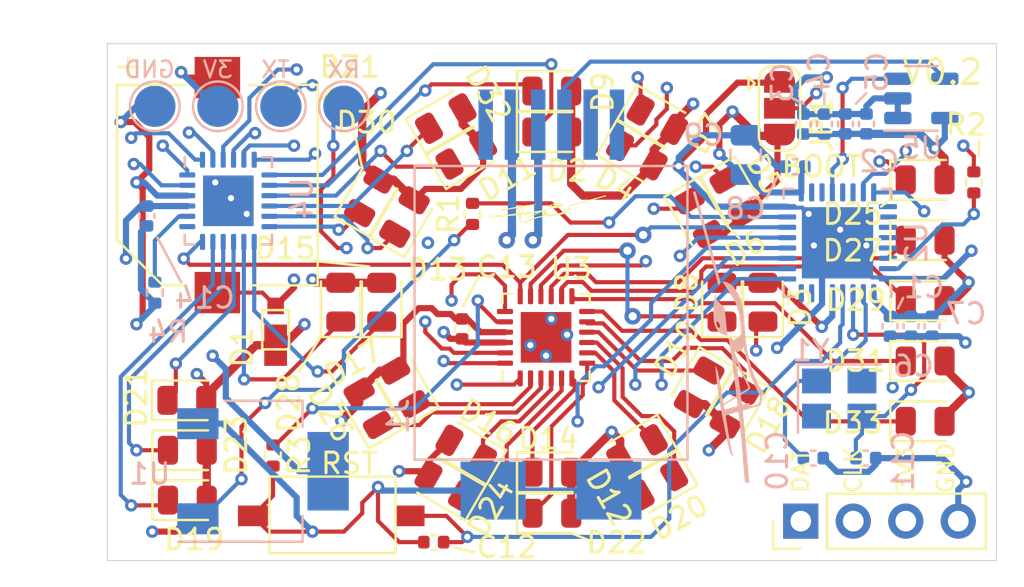
<source format=kicad_pcb>
(kicad_pcb (version 20211014) (generator pcbnew)
  (layers (0 "F.Cu" signal) (1 "In1.Cu" power) (2 "In2.Cu" power) (31 "B.Cu" signal) (34 "B.Paste" user) (35 "F.Paste" user) (36 "B.SilkS" user "B.Silkscreen") (37 "F.SilkS" user "F.Silkscreen") (38 "B.Mask" user) (39 "F.Mask" user) (44 "Edge.Cuts" user))
  (net 0 "")
  (net 1 "+3V3")
  (net 2 "Net-(BZ1-Pad2)")
  (net 3 "GND")
  (net 4 "Net-(C10-Pad1)")
  (net 5 "Net-(C11-Pad1)")
  (net 6 "NRST")
  (net 7 "Net-(D2-Pad1)")
  (net 8 "Net-(D3-Pad1)")
  (net 9 "Net-(D4-Pad1)")
  (net 10 "Net-(D5-Pad1)")
  (net 11 "Net-(D6-Pad1)")
  (net 12 "Net-(D7-Pad1)")
  (net 13 "Net-(D8-Pad1)")
  (net 14 "Net-(D9-Pad1)")
  (net 15 "Net-(D10-Pad1)")
  (net 16 "Net-(D11-Pad1)")
  (net 17 "Net-(D12-Pad1)")
  (net 18 "Net-(D13-Pad1)")
  (net 19 "Net-(D14-Pad1)")
  (net 20 "Net-(D15-Pad1)")
  (net 21 "Net-(D16-Pad1)")
  (net 22 "Net-(D17-Pad1)")
  (net 23 "Net-(D18-Pad1)")
  (net 24 "Net-(D19-Pad1)")
  (net 25 "Net-(D20-Pad1)")
  (net 26 "Net-(D21-Pad1)")
  (net 27 "Net-(D22-Pad1)")
  (net 28 "Net-(D23-Pad1)")
  (net 29 "Net-(D24-Pad1)")
  (net 30 "Net-(D25-Pad1)")
  (net 31 "Net-(D26-Pad1)")
  (net 32 "Net-(D27-Pad1)")
  (net 33 "Net-(D28-Pad1)")
  (net 34 "Net-(D29-Pad1)")
  (net 35 "Net-(D30-Pad1)")
  (net 36 "Net-(D31-Pad1)")
  (net 37 "Net-(D32-Pad1)")
  (net 38 "Net-(D33-Pad1)")
  (net 40 "RX")
  (net 42 "SWDAT")
  (net 43 "SWCLK")
  (net 44 "BUZZER")
  (net 45 "Net-(R1-Pad1)")
  (net 46 "Net-(R2-Pad1)")
  (net 47 "Net-(R2-Pad2)")
  (net 48 "Net-(R3-Pad1)")
  (net 49 "Net-(R4-Pad1)")
  (net 50 "Net-(TP3-Pad1)")
  (net 51 "Net-(TP4-Pad1)")
  (net 54 "Net-(U2-Pad11)")
  (net 55 "Net-(U2-Pad12)")
  (net 56 "Net-(U2-Pad13)")
  (net 57 "Net-(U2-Pad14)")
  (net 67 "Net-(U3-Pad19)")
  (net 70 "Net-(J1-Pad3)")
  (footprint "Capacitor_SMD:C_0402_1005Metric" (layer "F.Cu") (at 95.669 134.112 180)
    (fp_text reference "C12")
    (fp_text value "100nF")
  )
  (footprint "FlarmDisplay:POWERDI323" (layer "F.Cu") (at 88.071 123.837 90)
    (fp_text reference "D1")
    (fp_text value "PD3S0230-7")
  )
  (footprint "LED_SMD:LED_0805_2012Metric" (layer "F.Cu") (at 101.3791 114.2746)
    (fp_text reference "D2")
    (fp_text value "12Y")
  )
  (footprint "LED_SMD:LED_0805_2012Metric" (layer "F.Cu") (at 111.5922 122.5065 90)
    (fp_text reference "D3")
    (fp_text value "03R")
  )
  (footprint "LED_SMD:LED_0805_2012Metric" (layer "F.Cu") (at 110.23215 117.397899 -60)
    (fp_text reference "D5")
    (fp_text value "02R")
  )
  (footprint "LED_SMD:LED_0805_2012Metric" (layer "F.Cu") (at 108.4957 118.3894 -60)
    (fp_text reference "D6")
    (fp_text value "02Y")
  )
  (footprint "LED_SMD:LED_0805_2012Metric" (layer "F.Cu") (at 109.611 122.5065 90)
    (fp_text reference "D8")
    (fp_text value "03Y")
  )
  (footprint "LED_SMD:LED_0805_2012Metric" (layer "F.Cu") (at 101.3791 112.2934)
    (fp_text reference "D9")
    (fp_text value "12R")
  )
  (footprint "LED_SMD:LED_0805_2012Metric" (layer "F.Cu") (at 108.50615 126.622805 -120)
    (fp_text reference "D10")
    (fp_text value "04Y")
  )
  (footprint "LED_SMD:LED_0805_2012Metric" (layer "F.Cu") (at 105.500005 129.62895 -150)
    (fp_text reference "D12")
    (fp_text value "05Y")
  )
  (footprint "LED_SMD:LED_0805_2012Metric" (layer "F.Cu") (at 94.24405 126.627895 120)
    (fp_text reference "D17")
    (fp_text value "08Y")
  )
  (footprint "LED_SMD:LED_0805_2012Metric" (layer "F.Cu") (at 110.23445 127.608699 -120)
    (fp_text reference "D18")
    (fp_text value "04R")
  )
  (footprint "LED_SMD:LED_0805_2012Metric" (layer "F.Cu") (at 83.7515 132.08)
    (fp_text reference "D19")
    (fp_text value "GPS")
  )
  (footprint "LED_SMD:LED_0805_2012Metric" (layer "F.Cu") (at 83.7285 127.254)
    (fp_text reference "D21")
    (fp_text value "TX")
  )
  (footprint "LED_SMD:LED_0805_2012Metric" (layer "F.Cu") (at 92.53065 127.635901 120)
    (fp_text reference "D26")
    (fp_text value "08R")
  )
  (footprint "LED_SMD:LED_0805_2012Metric" (layer "F.Cu") (at 119.4385 119.507)
    (fp_text reference "D27")
    (fp_text value "H")
  )
  (footprint "LED_SMD:LED_0805_2012Metric" (layer "F.Cu") (at 119.4385 122.428)
    (fp_text reference "D29")
    (fp_text value "M")
  )
  (footprint "LED_SMD:LED_0805_2012Metric" (layer "F.Cu") (at 92.55175 117.388101 60)
    (fp_text reference "D30")
    (fp_text value "10R")
  )
  (footprint "LED_SMD:LED_0805_2012Metric" (layer "F.Cu") (at 119.4385 125.349)
    (fp_text reference "D31")
    (fp_text value "L")
  )
  (footprint "LED_SMD:LED_0805_2012Metric" (layer "F.Cu") (at 119.4385 128.27)
    (fp_text reference "D33")
    (fp_text value "LL")
  )
  (footprint "Connector_PinHeader_2.54mm:PinHeader_1x04_P2.54mm_Vertical" (layer "F.Cu") (at 113.421 133.096 90)
    (fp_text reference "J2" hide)
    (fp_text value "SWD")
  )
  (footprint "Resistor_SMD:R_0402_1005Metric" (layer "F.Cu") (at 97.546 118.235 90)
    (fp_text reference "R1")
    (fp_text value "200")
  )
  (footprint "Resistor_SMD:R_0402_1005Metric" (layer "F.Cu") (at 121.793 116.711 90)
    (fp_text reference "R2")
    (fp_text value "10K")
  )
  (footprint "LED_SMD:LED_0805_2012Metric" (layer "F.Cu") (at 97.242101 129.65545 150)
    (fp_text reference "D16")
    (fp_text value "07Y")
  )
  (footprint "LED_SMD:LED_0805_2012Metric" (layer "F.Cu") (at 106.485899 131.35725 -150)
    (fp_text reference "D20")
    (fp_text value "05R")
  )
  (footprint "LED_SMD:LED_0805_2012Metric" (layer "F.Cu") (at 96.226101 131.38265 150)
    (fp_text reference "D24")
    (fp_text value "07R")
  )
  (footprint "LED_SMD:LED_0805_2012Metric" (layer "F.Cu") (at 91.1706 122.5041 90)
    (fp_text reference "D28")
    (fp_text value "09R")
  )
  (footprint "LED_SMD:LED_0805_2012Metric" (layer "F.Cu") (at 93.1518 122.5065 90)
    (fp_text reference "D15")
    (fp_text value "09Y")
  )
  (footprint "LED_SMD:LED_0805_2012Metric" (layer "F.Cu") (at 105.4939 115.3922 -30)
    (fp_text reference "D4")
    (fp_text value "01Y")
  )
  (footprint "LED_SMD:LED_0805_2012Metric" (layer "F.Cu") (at 106.485899 113.67655 -30)
    (fp_text reference "D7")
    (fp_text value "01R")
  )
  (footprint "LED_SMD:LED_0805_2012Metric" (layer "F.Cu") (at 101.3815 130.7338)
    (fp_text reference "D14")
    (fp_text value "06Y")
  )
  (footprint "LED_SMD:LED_0805_2012Metric" (layer "F.Cu") (at 101.3837 132.715)
    (fp_text reference "D22")
    (fp_text value "06R")
  )
  (footprint "LED_SMD:LED_0805_2012Metric" (layer "F.Cu") (at 96.251501 113.62575 30)
    (fp_text reference "D32")
    (fp_text value "11R")
  )
  (footprint "LED_SMD:LED_0805_2012Metric" (layer "F.Cu") (at 97.245005 115.35415 30)
    (fp_text reference "D11")
    (fp_text value "11Y")
  )
  (footprint "Package_DFN_QFN:VQFN-24-1EP_4x4mm_P0.5mm_EP2.45x2.45mm" (layer "F.Cu") (at 101.102 124.206 90)
    (fp_text reference "U3")
    (fp_text value "TLC5928")
  )
  (footprint "FlarmDisplay:SMT_J" (layer "F.Cu") (at 90.823 132.842 180)
    (fp_text reference "SW1" hide)
    (fp_text value "RESET")
  )
  (footprint "LED_SMD:LED_0805_2012Metric" (layer "F.Cu") (at 83.7515 129.667)
    (fp_text reference "D23")
    (fp_text value "RX")
  )
  (footprint "LED_SMD:LED_0805_2012Metric" (layer "F.Cu") (at 94.25175 118.388101 60)
    (fp_text reference "D13")
    (fp_text value "10Y")
  )
  (footprint "LED_SMD:LED_0805_2012Metric" (layer "F.Cu") (at 119.4365 116.587)
    (fp_text reference "D25")
    (fp_text value "HH")
  )
  (footprint "Capacitor_SMD:C_0402_1005Metric" (layer "F.Cu") (at 97.038 123.797 -90)
    (fp_text reference "C13")
    (fp_text value "10nF")
  )
  (footprint "Resistor_SMD:R_0402_1005Metric" (layer "F.Cu") (at 87.894 129.923 -90)
    (fp_text reference "R3")
    (fp_text value "2K6")
  )
  (footprint "FlarmDisplay:CMI-9705-0380-SMT-TR" (layer "F.Cu") (at 85.354 116.9924)
    (fp_text reference "BZ1")
    (fp_text value "CMI-9705-0380-SMT-TR")
  )
  (footprint "Jumper:SolderJumper-3_P1.3mm_Open_RoundedPad1.0x1.5mm" (layer "F.Cu") (at 112.395 113.127 -90)
    (fp_text reference "JP1")
    (fp_text value "BOOT")
  )
  (footprint "Capacitor_SMD:C_0402_1005Metric" (layer "B.Cu") (at 117.739 123.67 -90)
    (fp_text reference "C1")
    (fp_text value "100nF")
  )
  (footprint "Capacitor_SMD:C_0402_1005Metric" (layer "B.Cu") (at 115.58 113.8835 90)
    (fp_text reference "C5")
    (fp_text value "1uF")
  )
  (footprint "Capacitor_SMD:C_0402_1005Metric" (layer "B.Cu") (at 118.755 123.67 -90)
    (fp_text reference "C6")
    (fp_text value "100nF")
  )
  (footprint "Capacitor_SMD:C_0402_1005Metric" (layer "B.Cu") (at 119.771 123.67 -90)
    (fp_text reference "C7")
    (fp_text value "1uF")
  )
  (footprint "Capacitor_SMD:C_0402_1005Metric" (layer "B.Cu") (at 113.139 115.951 180)
    (fp_text reference "C8")
    (fp_text value "100nF")
  )
  (footprint "Capacitor_SMD:C_0402_1005Metric" (layer "B.Cu") (at 114.028 130.048)
    (fp_text reference "C10")
    (fp_text value "10pF")
  )
  (footprint "Capacitor_SMD:C_0402_1005Metric" (layer "B.Cu") (at 81.798 118.336 -90)
    (fp_text reference "C14")
    (fp_text value "10nF")
  )
  (footprint "Resistor_SMD:R_0402_1005Metric" (layer "B.Cu") (at 82.179 122.045 -90)
    (fp_text reference "R4")
    (fp_text value "2K6")
  )
  (footprint "TestPoint:TestPoint_Pad_D2.0mm" (layer "B.Cu") (at 88.275 113.03)
    (fp_text reference "TX")
    (fp_text value "USART2_TX")
  )
  (footprint "TestPoint:TestPoint_Pad_D2.0mm" (layer "B.Cu") (at 91.323 113.03)
    (fp_text reference "RX")
    (fp_text value "USART2_RX")
  )
  (footprint "Package_TO_SOT_SMD:SOT-223-3_TabPin2" (layer "B.Cu") (at 87.411 130.683)
    (fp_text reference "U1")
    (fp_text value "IPN80R3K3P7ATMA1")
  )
  (footprint "Capacitor_SMD:C_0402_1005Metric" (layer "B.Cu") (at 116.596 113.8835 90)
    (fp_text reference "C2")
    (fp_text value "10nF")
  )
  (footprint "Capacitor_SMD:C_0402_1005Metric" (layer "B.Cu") (at 113.548 113.891 90)
    (fp_text reference "C3")
    (fp_text value "100nF")
  )
  (footprint "Package_DFN_QFN:VQFN-24-1EP_4x4mm_P0.5mm_EP2.45x2.45mm" (layer "B.Cu") (at 85.735 117.602 -90)
    (fp_text reference "U4")
    (fp_text value "TLC5928")
  )
  (footprint "Capacitor_SMD:C_0805_2012Metric" (layer "B.Cu") (at 110.754 115.382 90)
    (fp_text reference "C9")
    (fp_text value "4.7uF")
  )
  (footprint "Capacitor_SMD:C_0402_1005Metric" (layer "B.Cu") (at 114.564 113.891 90)
    (fp_text reference "C4")
    (fp_text value "10nF")
  )
  (footprint "TestPoint:TestPoint_Pad_D2.0mm" (layer "B.Cu") (at 82.179 113.03)
    (fp_text reference "TP2" hide)
    (fp_text value "GND")
  )
  (footprint "Package_DFN_QFN:QFN-32-1EP_5x5mm_P0.5mm_EP3.45x3.45mm" (layer "B.Cu") (at 115.199 119.634 90)
    (fp_text reference "U2")
    (fp_text value "STM32F334K8Ux")
  )
  (footprint "Capacitor_SMD:C_0402_1005Metric" (layer "B.Cu") (at 116.568 130.048)
    (fp_text reference "C11")
    (fp_text value "10pF")
  )
  (footprint "TestPoint:TestPoint_Pad_D2.0mm" (layer "B.Cu") (at 85.227 113.03)
    (fp_text reference "3V")
    (fp_text value "3.3V")
  )
  (footprint "Crystal:Crystal_SMD_3225-4Pin_3.2x2.5mm" (layer "B.Cu") (at 115.283 127.166)
    (fp_text reference "Y1")
    (fp_text value "16MHz")
  )
  (footprint "FlarmDisplay:RJE231660413T" (layer "B.Cu") (at 101.341 122.519 -90)
    (fp_text reference "J1")
    (fp_text value "RJ12")
  )
  (footprint "Package_TO_SOT_SMD:SOT-23-5" (layer "B.Cu") (at 119.253 112.649)
    (fp_text reference "U5")
    (fp_text value "MAX318xE")
  )
  (gr_line locked (start 113.04 112.649) (end 113.548 112.903) (layer "B.SilkS") (width 0.12))
  (gr_line locked (start 114.564 112.395) (end 114.564 112.903) (layer "B.SilkS") (width 0.12))
  (gr_poly locked (pts (xy 109.204002 122.955324) (xy 109.208634 122.812283) (xy 109.216977 122.669623) (xy 109.228933 122.532462) (xy 109.244401 122.405915) (xy 109.25542 122.334627) (xy 109.266247 122.274354) (xy 109.276493 122.226324) (xy 109.281277 122.207283) (xy 109.285771 122.191763) (xy 109.289926 122.179918) (xy 109.293693 122.1719) (xy 109.297024 122.167864) (xy 109.298511 122.167386) (xy 109.299871 122.167962) (xy 109.301097 122.169609) (xy 109.302184 122.172348) (xy 109.303917 122.181176) (xy 109.305019 122.194598) (xy 109.305442 122.212769) (xy 109.305912 122.22525) (xy 109.307225 122.238154) (xy 109.309359 122.251451) (xy 109.312293 122.265109) (xy 109.320469 122.293385) (xy 109.331577 122.322733) (xy 109.34544 122.352907) (xy 109.361883 122.383656) (xy 109.380727 122.414733) (xy 109.401797 122.445889) (xy 109.424915 122.476877) (xy 109.449906 122.507447) (xy 109.476592 122.537351) (xy 109.504798 122.566341) (xy 109.534346 122.594168) (xy 109.56506 122.620585) (xy 109.596763 122.645343) (xy 109.629279 122.668193) (xy 109.720553 122.728777) (xy 109.787403 123.317) (xy 109.838847 123.772416) (xy 109.863451 124.007478) (xy 109.867728 124.065152) (xy 109.867743 124.095068) (xy 109.866407 124.102464) (xy 109.864311 124.106337) (xy 109.858249 124.108069) (xy 109.858249 124.108067) (xy 109.848978 124.107431) (xy 109.836735 124.105602) (xy 109.821913 124.1027) (xy 109.804908 124.098844) (xy 109.765917 124.088749) (xy 109.722912 124.076274) (xy 109.679041 124.062373) (xy 109.637453 124.048005) (xy 109.601298 124.034123) (xy 109.586242 124.027664) (xy 109.573725 124.021685) (xy 109.557264 124.012815) (xy 109.541116 124.003244) (xy 109.525285 123.992981) (xy 109.509776 123.982034) (xy 109.494592 123.970409) (xy 109.47974 123.958116) (xy 109.465222 123.945161) (xy 109.451044 123.931552) (xy 109.447236 123.927628) (xy 109.447236 123.744717) (xy 109.454994 123.744539) (xy 109.463525 123.743567) (xy 109.472951 123.741947) (xy 109.47898 123.740469) (xy 109.48459 123.738432) (xy 109.489782 123.735854) (xy 109.494557 123.732752) (xy 109.498915 123.729145) (xy 109.502858 123.725049) (xy 109.506386 123.720484) (xy 109.5095 123.715465) (xy 109.512202 123.710013) (xy 109.514491 123.704143) (xy 109.516368 123.697874) (xy 109.517835 123.691224) (xy 109.518892 123.68421) (xy 109.51954 123.67685) (xy 109.51978 123.669163) (xy 109.519612 123.661164) (xy 109.519038 123.652874) (xy 109.518058 123.644308) (xy 109.516673 123.635485) (xy 109.514884 123.626423) (xy 109.512691 123.61714) (xy 109.510096 123.607653) (xy 109.507099 123.597979) (xy 109.503701 123.588138) (xy 109.499903 123.578146) (xy 109.495706 123.568021) (xy 109.49111 123.557781) (xy 109.486116 123.547444) (xy 109.480726 123.537028) (xy 109.474939 123.52655) (xy 109.468757 123.516028) (xy 109.462181 123.50548) (xy 109.462181 123.505479) (xy 109.45095 123.48835) (xy 109.440022 123.472392) (xy 109.42967 123.457952) (xy 109.420164 123.445379) (xy 109.411777 123.43502) (xy 109.408087 123.430779) (xy 109.404779 123.427223) (xy 109.401885 123.424394) (xy 109.399441 123.422335) (xy 109.39748 123.421091) (xy 109.396691 123.420788) (xy 109.396035 123.420705) (xy 109.395411 123.420789) (xy 109.394716 123.420981) (xy 109.393951 123.421279) (xy 109.39312 123.42168) (xy 109.392225 123.422181) (xy 109.39127 123.422779) (xy 109.389187 123.424258) (xy 109.386892 123.426093) (xy 109.384409 123.428263) (xy 109.381757 123.430746) (xy 109.378959 123.43352) (xy 109.376036 123.436563) (xy 109.37301 123.439853) (xy 109.369903 123.443368) (xy 109.366735 123.447086) (xy 109.36353 123.450985) (xy 109.360307 123.455043) (xy 109.357089 123.459239) (xy 109.353898 123.46355) (xy 109.348727 123.470772) (xy 109.344263 123.477374) (xy 109.342299 123.480501) (xy 109.340515 123.483542) (xy 109.338914 123.48652) (xy 109.337494 123.489459) (xy 109.336259 123.492382) (xy 109.335209 123.495313) (xy 109.334346 123.498274) (xy 109.33367 123.501288) (xy 109.333182 123.504379) (xy 109.332885 123.50757) (xy 109.332779 123.510883) (xy 109.332865 123.514344) (xy 109.333144 123.517973) (xy 109.333619 123.521796) (xy 109.334289 123.525834) (xy 109.335157 123.530111) (xy 109.336222 123.53465) (xy 109.337488 123.539475) (xy 109.338954 123.544608) (xy 109.340622 123.550073) (xy 109.344568 123.562091) (xy 109.349337 123.575713) (xy 109.354937 123.591127) (xy 109.361378 123.608517) (xy 109.378136 123.652625) (xy 109.385421 123.670793) (xy 109.392141 123.686565) (xy 109.398416 123.700087) (xy 109.404369 123.711503) (xy 109.41012 123.72096) (xy 109.415793 123.728604) (xy 109.418638 123.731791) (xy 109.421509 123.734579) (xy 109.424421 123.736987) (xy 109.427389 123.739033) (xy 109.430429 123.740734) (xy 109.433556 123.74211) (xy 109.436785 123.743178) (xy 109.440131 123.743956) (xy 109.447236 123.744717) (xy 109.447236 123.927628) (xy 109.437211 123.917297) (xy 109.423726 123.902405) (xy 109.410595 123.886881) (xy 109.397822 123.870735) (xy 109.385412 123.853974) (xy 109.373368 123.836606) (xy 109.361697 123.818639) (xy 109.350401 123.800079) (xy 109.339487 123.780936) (xy 109.328958 123.761216) (xy 109.309074 123.720079) (xy 109.290786 123.67673) (xy 109.274131 123.631231) (xy 109.259146 123.583643) (xy 109.245866 123.534029) (xy 109.234328 123.482451) (xy 109.224569 123.42897) (xy 109.218447 123.3851) (xy 109.213365 123.335569) (xy 109.206268 123.222084) (xy 109.20318 123.09363)) (layer "B.SilkS") (width 0.01) (fill solid))
  (gr_line locked (start 111.77 117.475) (end 112.278 116.459) (layer "B.SilkS") (width 0.12))
  (gr_line locked (start 116.596 112.395) (end 116.088 112.903) (layer "B.SilkS") (width 0.12))
  (gr_line locked (start 118.374 122.301) (end 118.12 122.809) (layer "B.SilkS") (width 0.12))
  (gr_line locked (start 83.449 121.539) (end 82.306 119.38) (layer "B.SilkS") (width 0.12))
  (gr_poly locked (pts (xy 108.211713 117.182912) (xy 108.211877 117.181313) (xy 108.21215 117.17977) (xy 108.212534 117.178284) (xy 108.213029 117.176853) (xy 108.213635 117.175478) (xy 108.214353 117.174158) (xy 108.215184 117.172893) (xy 108.216129 117.171682) (xy 108.217187 117.170526) (xy 108.21836 117.169425) (xy 108.219648 117.168377) (xy 108.221051 117.167383) (xy 108.222571 117.166443) (xy 108.224208 117.165555) (xy 108.225962 117.164721) (xy 108.227834 117.163939) (xy 108.229825 117.163209) (xy 108.231936 117.162532) (xy 108.234166 117.161906) (xy 108.236516 117.161332) (xy 108.238988 117.160809) (xy 108.241581 117.160337) (xy 108.244296 117.159916) (xy 108.247134 117.159546) (xy 108.250096 117.159226) (xy 108.253182 117.158955) (xy 108.256392 117.158735) (xy 108.259727 117.158564) (xy 108.263188 117.158442) (xy 108.27049 117.158345) (xy 108.329321 117.158345) (xy 108.457531 117.612546) (xy 108.653245 118.304872) (xy 108.928932 119.307065) (xy 109.392195 121.007852) (xy 109.492522 121.382273) (xy 109.522863 121.499239) (xy 109.533795 121.545838) (xy 109.533513 121.547546) (xy 109.532843 121.549878) (xy 109.531806 121.552793) (xy 109.530421 121.55625) (xy 109.528709 121.560209) (xy 109.526691 121.564629) (xy 109.521814 121.574688) (xy 109.515955 121.586103) (xy 109.509275 121.598546) (xy 109.501939 121.611694) (xy 109.494107 121.62522) (xy 109.486112 121.638475) (xy 109.478305 121.650845) (xy 109.470882 121.662059) (xy 109.464039 121.671845) (xy 109.457971 121.679934) (xy 109.452875 121.686053) (xy 109.450753 121.688289) (xy 109.448947 121.689932) (xy 109.447481 121.690947) (xy 109.446884 121.691208) (xy 109.446381 121.6913) (xy 109.444577 121.687856) (xy 109.441047 121.677731) (xy 109.429184 121.638803) (xy 109.388881 121.495794) (xy 109.331487 121.284114) (xy 109.26302 121.025605) (xy 109.024964 120.127301) (xy 108.789008 119.256031) (xy 108.559989 118.429453) (xy 108.342741 117.665227) (xy 108.291844 117.486708) (xy 108.250164 117.336577) (xy 108.222002 117.230606) (xy 108.214334 117.199109) (xy 108.211659 117.184567)) (layer "B.SilkS") (width 0.01) (fill solid))
  (gr_poly locked (pts (xy 109.295297 125.612895) (xy 109.295619 125.608931) (xy 109.296152 125.605793) (xy 109.2969 125.603487) (xy 109.297865 125.602019) (xy 109.29843 125.601601) (xy 109.299051 125.601394) (xy 109.299727 125.601399) (xy 109.30046 125.601617) (xy 109.302097 125.602694) (xy 109.303965 125.604631) (xy 109.306066 125.607432) (xy 109.308404 125.611103) (xy 109.310982 125.615649) (xy 109.313803 125.621077) (xy 109.320189 125.634596) (xy 109.327588 125.651703) (xy 109.336025 125.672442) (xy 109.345525 125.696857) (xy 109.356116 125.724989) (xy 109.367823 125.756883) (xy 109.380671 125.792581) (xy 109.390207 125.820146) (xy 109.399374 125.848568) (xy 109.408299 125.87848) (xy 109.417106 125.910514) (xy 109.425922 125.945302) (xy 109.434873 125.983476) (xy 109.453682 126.07251) (xy 109.474541 126.182675) (xy 109.498457 126.319026) (xy 109.526436 126.486622) (xy 109.559486 126.690518) (xy 109.643389 127.202197) (xy 109.670536 127.359474) (xy 109.682434 127.419166) (xy 109.683071 127.419359) (xy 109.684242 127.419213) (xy 109.688129 127.417932) (xy 109.693983 127.415386) (xy 109.701694 127.411638) (xy 109.722242 127.400791) (xy 109.748887 127.385894) (xy 109.78074 127.367455) (xy 109.816916 127.345978) (xy 109.856527 127.321968) (xy 109.898686 127.295932) (xy 110.076047 127.186163) (xy 110.208763 127.105271) (xy 110.220184 127.098304) (xy 110.231027 127.091406) (xy 110.241272 127.084598) (xy 110.250897 127.077898) (xy 110.25988 127.071326) (xy 110.2682 127.064902) (xy 110.275835 127.058646) (xy 110.282763 127.052576) (xy 110.288964 127.046713) (xy 110.294416 127.041075) (xy 110.299097 127.035683) (xy 110.302985 127.030556) (xy 110.30606 127.025714) (xy 110.308299 127.021175) (xy 110.309682 127.01696) (xy 110.310045 127.014981) (xy 110.310186 127.013089) (xy 110.289461 126.823688) (xy 110.23756 126.395337) (xy 110.106585 125.360428) (xy 110.065556 125.060733) (xy 110.022651 124.769132) (xy 109.983885 124.525084) (xy 109.955275 124.36805) (xy 109.949455 124.339941) (xy 109.947293 124.328231) (xy 109.945666 124.317889) (xy 109.944602 124.308766) (xy 109.944128 124.300715) (xy 109.944272 124.29359) (xy 109.944584 124.290328) (xy 109.945061 124.287243) (xy 109.945706 124.284315) (xy 109.946523 124.281526) (xy 109.947515 124.278858) (xy 109.948685 124.276292) (xy 109.950037 124.273811) (xy 109.951574 124.271395) (xy 109.955219 124.266685) (xy 109.959647 124.262018) (xy 109.964884 124.257244) (xy 109.970959 124.252217) (xy 109.977899 124.246789) (xy 109.98838 124.238965) (xy 109.998029 124.232294) (xy 110.006909 124.226787) (xy 110.011081 124.224474) (xy 110.015085 124.222458) (xy 110.018928 124.220738) (xy 110.022619 124.219318) (xy 110.026165 124.218198) (xy 110.029576 124.21738) (xy 110.032857 124.216866) (xy 110.036019 124.216657) (xy 110.039067 124.216754) (xy 110.042011 124.21716) (xy 110.044859 124.217875) (xy 110.047617 124.218901) (xy 110.050295 124.220241) (xy 110.0529 124.221894) (xy 110.055441 124.223864) (xy 110.057924 124.226151) (xy 110.060359 124.228757) (xy 110.062752 124.231683) (xy 110.065113 124.234932) (xy 110.067448 124.238504) (xy 110.069767 124.242401) (xy 110.072076 124.246625) (xy 110.076699 124.256058) (xy 110.081381 124.266817) (xy 110.085797 124.276894) (xy 110.08802 124.281488) (xy 110.090274 124.28579) (xy 110.092571 124.289804) (xy 110.094927 124.293533) (xy 110.097354 124.296981) (xy 110.099868 124.300151) (xy 110.102483 124.303048) (xy 110.105213 124.305674) (xy 110.108072 124.308034) (xy 110.111074 124.31013) (xy 110.114234 124.311966) (xy 110.117565 124.313546) (xy 110.121083 124.314873) (xy 110.1248 124.315951) (xy 110.128732 124.316784) (xy 110.132893 124.317374) (xy 110.137296 124.317726) (xy 110.141956 124.317844) (xy 110.146888 124.317729) (xy 110.152105 124.317387) (xy 110.157622 124.316821) (xy 110.163452 124.316034) (xy 110.169611 124.31503) (xy 110.176112 124.313812) (xy 110.190197 124.310749) (xy 110.205823 124.306875) (xy 110.223101 124.302217) (xy 110.242897 124.296079) (xy 110.262964 124.288625) (xy 110.283182 124.279943) (xy 110.303433 124.27012) (xy 110.323597 124.259243) (xy 110.343556 124.247401) (xy 110.363188 124.234679) (xy 110.382377 124.221167) (xy 110.401002 124.20695) (xy 110.418943 124.192118) (xy 110.436083 124.176756) (xy 110.452301 124.160953) (xy 110.467478 124.144796) (xy 110.481496 124.128373) (xy 110.494234 124.11177) (xy 110.505574 124.095076) (xy 110.52494 124.064908) (xy 110.528926 124.058368) (xy 110.532577 124.052) (xy 110.535895 124.045688) (xy 110.538884 124.039317) (xy 110.541547 124.032772) (xy 110.543887 124.025939) (xy 110.545907 124.018703) (xy 110.547611 124.010948) (xy 110.549001 124.00256) (xy 110.550081 123.993425) (xy 110.550854 123.983426) (xy 110.551323 123.972449) (xy 110.551492 123.96038) (xy 110.551363 123.947103) (xy 110.550939 123.932504) (xy 110.550225 123.916467) (xy 110.547935 123.879621) (xy 110.544519 123.835647) (xy 110.540002 123.783625) (xy 110.53441 123.722636) (xy 110.5201 123.570081) (xy 110.503278 123.423227) (xy 110.480358 123.273534) (xy 110.452197 123.12452) (xy 110.419651 122.979701) (xy 110.383576 122.842594) (xy 110.344828 122.716715) (xy 110.324718 122.659085) (xy 110.304262 122.60558) (xy 110.283565 122.556641) (xy 110.262735 122.512707) (xy 110.231385 122.455699) (xy 110.180239 122.368375) (xy 110.038787 122.135565) (xy 109.878828 121.87984) (xy 109.80455 121.763873) (xy 109.740814 121.666763) (xy 109.63583 121.509695) (xy 109.727675 121.520573) (xy 109.752908 121.524146) (xy 109.777955 121.528864) (xy 109.802815 121.534725) (xy 109.827486 121.541729) (xy 109.851966 121.549873) (xy 109.876254 121.559155) (xy 109.900348 121.569574) (xy 109.924245 121.581128) (xy 109.947944 121.593815) (xy 109.971444 121.607635) (xy 109.994742 121.622584) (xy 110.017837 121.638661) (xy 110.06341 121.674195) (xy 110.108148 121.71422) (xy 110.152037 121.758725) (xy 110.195063 121.807695) (xy 110.237211 121.861117) (xy 110.278468 121.918977) (xy 110.318819 121.981262) (xy 110.358249 122.047957) (xy 110.396745 122.11905) (xy 110.434291 122.194526) (xy 110.460939 122.252735) (xy 110.485651 122.311915) (xy 110.508551 122.372746) (xy 110.529767 122.435906) (xy 110.549423 122.502077) (xy 110.567646 122.571937) (xy 110.58456 122.646166) (xy 110.600293 122.725444) (xy 110.614971 122.810451) (xy 110.628717 122.901867) (xy 110.64166 123.00037) (xy 110.653923 123.106642) (xy 110.665634 123.22136) (xy 110.676918 123.345206) (xy 110.698709 123.622999) (xy 110.724406 123.964929) (xy 110.748893 124.248639) (xy 110.774327 124.488035) (xy 110.80287 124.697022) (xy 110.83668 124.889505) (xy 110.877917 125.079391) (xy 110.928741 125.280584) (xy 110.991312 125.50699) (xy 111.055464 125.723658) (xy 111.118936 125.918192) (xy 111.183013 126.093487) (xy 111.215679 126.174824) (xy 111.248978 126.252437) (xy 111.283071 126.326687) (xy 111.318117 126.397937) (xy 111.354279 126.466549) (xy 111.391715 126.532884) (xy 111.430587 126.597304) (xy 111.471056 126.660171) (xy 111.513282 126.721847) (xy 111.557425 126.782694) (xy 111.593825 126.832054) (xy 111.623582 126.87345) (xy 111.63501 126.889804) (xy 111.643628 126.90254) (xy 111.649051 126.911115) (xy 111.650445 126.913672) (xy 111.650897 126.914985) (xy 111.650801 126.915411) (xy 111.650551 126.916016) (xy 111.649607 126.917743) (xy 111.648094 126.920127) (xy 111.646044 126.923129) (xy 111.640455 126.930823) (xy 111.633086 126.940507) (xy 111.624185 126.951862) (xy 111.613997 126.964568) (xy 111.602771 126.978307) (xy 111.590751 126.99276) (xy 111.581108 127.004468) (xy 111.572446 127.015548) (xy 111.564671 127.026288) (xy 111.55769 127.036977) (xy 111.554467 127.042393) (xy 111.551408 127.047903) (xy 111.5485 127.053545) (xy 111.545731 127.059354) (xy 111.54309 127.065367) (xy 111.540566 127.071618) (xy 111.538145 127.078146) (xy 111.535817 127.084984) (xy 111.531392 127.09974) (xy 111.527196 127.116174) (xy 111.523135 127.134574) (xy 111.519115 127.15523) (xy 111.515042 127.178428) (xy 111.510822 127.204457) (xy 111.501564 127.266162) (xy 111.495239 127.307157) (xy 111.48852 127.346163) (xy 111.481615 127.382273) (xy 111.474727 127.414578) (xy 111.468063 127.442171) (xy 111.461828 127.464142) (xy 111.458936 127.472736) (xy 111.456228 127.479585) (xy 111.45373 127.484574) (xy 111.451468 127.48759) (xy 111.448626 127.489764) (xy 111.444427 127.492282) (xy 111.438954 127.495114) (xy 111.432291 127.498229) (xy 111.42452 127.501598) (xy 111.415724 127.505189) (xy 111.395389 127.51292) (xy 111.371949 127.521178) (xy 111.34607 127.529722) (xy 111.318414 127.538309) (xy 111.289645 127.546696) (xy 111.097994 127.602184) (xy 110.983468 127.636283) (xy 110.983468 127.533641) (xy 111.066001 127.522095) (xy 111.113573 127.514408) (xy 111.160601 127.50486) (xy 111.205967 127.493799) (xy 111.248552 127.481573) (xy 111.287237 127.46853) (xy 111.304768 127.46181) (xy 111.320905 127.455017) (xy 111.335508 127.448193) (xy 111.348437 127.441382) (xy 111.359552 127.434627) (xy 111.368714 127.427972) (xy 111.373286 127.423968) (xy 111.377781 127.419431) (xy 111.382194 127.414376) (xy 111.38652 127.408818) (xy 111.394899 127.396253) (xy 111.402884 127.381857) (xy 111.410442 127.365749) (xy 111.417541 127.34805) (xy 111.424147 127.328878) (xy 111.430228 127.308353) (xy 111.435752 127.286597) (xy 111.440684 127.263727) (xy 111.444992 127.239865) (xy 111.448643 127.21513) (xy 111.451605 127.189641) (xy 111.453845 127.16352) (xy 111.455328 127.136884) (xy 111.456024 127.109855) (xy 111.45597 127.076736) (xy 111.455542 127.062266) (xy 111.454786 127.048965) (xy 111.453653 127.036667) (xy 111.452098 127.025204) (xy 111.450074 127.014408) (xy 111.447535 127.004113) (xy 111.444433 126.99415) (xy 111.440723 126.984353) (xy 111.436357 126.974555) (xy 111.431289 126.964587) (xy 111.425472 126.954282) (xy 111.41886 126.943474) (xy 111.411407 126.931995) (xy 111.403064 126.919676) (xy 111.403064 126.919677) (xy 111.387202 126.895215) (xy 111.369028 126.864716) (xy 111.327025 126.788299) (xy 111.279617 126.695808) (xy 111.229369 126.592626) (xy 111.178841 126.484136) (xy 111.130596 126.375719) (xy 111.087198 126.272758) (xy 111.051209 126.180636) (xy 111.000028 126.029753) (xy 110.941578 125.837353) (xy 110.880198 125.62021) (xy 110.820227 125.395097) (xy 110.766004 125.178787) (xy 110.721869 124.988055) (xy 110.69216 124.839674) (xy 110.684072 124.786606) (xy 110.681217 124.750416) (xy 110.680969 124.735635) (xy 110.680272 124.722831) (xy 110.679747 124.717172) (xy 110.679101 124.712007) (xy 110.67833 124.707336) (xy 110.67743 124.703161) (xy 110.676399 124.69948) (xy 110.675234 124.696295) (xy 110.67393 124.693604) (xy 110.672485 124.691408) (xy 110.670896 124.689708) (xy 110.66916 124.688502) (xy 110.667272 124.687792) (xy 110.665231 124.687576) (xy 110.663032 124.687857) (xy 110.660673 124.688632) (xy 110.658149 124.689903) (xy 110.655459 124.691669) (xy 110.652599 124.69393) (xy 110.649565 124.696688) (xy 110.646355 124.69994) (xy 110.642964 124.703689) (xy 110.639391 124.707933) (xy 110.635631 124.712672) (xy 110.627539 124.723639) (xy 110.618663 124.736589) (xy 110.608977 124.751523) (xy 110.602412 124.761563) (xy 110.59568 124.771243) (xy 110.588779 124.780563) (xy 110.581707 124.789525) (xy 110.574462 124.798129) (xy 110.567043 124.806376) (xy 110.559449 124.814267) (xy 110.551677 124.821802) (xy 110.543726 124.828983) (xy 110.535594 124.83581) (xy 110.52728 124.842284) (xy 110.518781 124.848406) (xy 110.510096 124.854177) (xy 110.501224 124.859597) (xy 110.492162 124.864668) (xy 110.48291 124.86939) (xy 110.473464 124.873764) (xy 110.463824 124.87779) (xy 110.453989 124.881471) (xy 110.443955 124.884806) (xy 110.433722 124.887796) (xy 110.423288 124.890442) (xy 110.412651 124.892745) (xy 110.40181 124.894706) (xy 110.390762 124.896326) (xy 110.379506 124.897605) (xy 110.368041 124.898544) (xy 110.356365 124.899144) (xy 110.344475 124.899407) (xy 110.332371 124.899332) (xy 110.307513 124.898173) (xy 110.275168 124.895981) (xy 110.261965 124.895277) (xy 110.250591 124.894881) (xy 110.240933 124.894829) (xy 110.23288 124.895157) (xy 110.226317 124.8959) (xy 110.221134 124.897094) (xy 110.219024 124.897871) (xy 110.217216 124.898774) (xy 110.215697 124.899808) (xy 110.214452 124.900976) (xy 110.213467 124.902284) (xy 110.212728 124.903735) (xy 110.212221 124.905335) (xy 110.211932 124.907088) (xy 110.211952 124.911069) (xy 110.212674 124.915714) (xy 110.213986 124.921059) (xy 110.215775 124.927139) (xy 110.240291 124.991113) (xy 110.289543 125.108124) (xy 110.438624 125.448163) (xy 110.615755 125.841064) (xy 110.773672 126.180636) (xy 110.815535 126.26928) (xy 110.853333 126.351339) (xy 110.886622 126.425755) (xy 110.914954 126.491469) (xy 110.937884 126.547422) (xy 110.954966 126.592556) (xy 110.965754 126.625813) (xy 110.968648 126.637657) (xy 110.969801 126.646134) (xy 110.970082 126.656471) (xy 110.970056 126.661259) (xy 110.969869 126.665838) (xy 110.969483 126.670243) (xy 110.968862 126.674506) (xy 110.967968 126.678661) (xy 110.966762 126.682742) (xy 110.965209 126.686782) (xy 110.96327 126.690814) (xy 110.960908 126.694874) (xy 110.958086 126.698993) (xy 110.954765 126.703206) (xy 110.950909 126.707547) (xy 110.94648 126.712048) (xy 110.941441 126.716743) (xy 110.935754 126.721667) (xy 110.929382 126.726852) (xy 110.922287 126.732332) (xy 110.914432 126.738141) (xy 110.90578 126.744312) (xy 110.896292 126.750879) (xy 110.874662 126.765336) (xy 110.849242 126.781779) (xy 110.819733 126.800478) (xy 110.747249 126.845716) (xy 110.676597 126.889867) (xy 110.622503 126.924573) (xy 110.600981 126.938983) (xy 110.582775 126.951749) (xy 110.567614 126.963111) (xy 110.555221 126.973308) (xy 110.545325 126.98258) (xy 110.53765 126.991166) (xy 110.531923 126.999305) (xy 110.529481 127.004084) (xy 110.529481 126.897807) (xy 110.534659 126.896396) (xy 110.546946 126.889327) (xy 110.571111 126.873967) (xy 110.609448 126.849919) (xy 110.707562 126.788938) (xy 110.758472 126.757094) (xy 110.799614 126.730436) (xy 110.831906 126.708212) (xy 110.845021 126.698527) (xy 110.856267 126.689669) (xy 110.86576 126.681543) (xy 110.873615 126.674055) (xy 110.879946 126.667112) (xy 110.884869 126.660618) (xy 110.888498 126.654481) (xy 110.890948 126.648606) (xy 110.892333 126.642899) (xy 110.89277 126.637265) (xy 110.891616 126.632565) (xy 110.888231 126.623365) (xy 110.875221 126.592446) (xy 110.854654 126.546471) (xy 110.827441 126.487398) (xy 110.756727 126.337801) (xy 110.670375 126.159339) (xy 110.492833 125.794729) (xy 110.378277 125.556982) (xy 110.364165 125.5275) (xy 110.350789 125.500245) (xy 110.338456 125.475794) (xy 110.327474 125.454727) (xy 110.318151 125.437622) (xy 110.310795 125.425059) (xy 110.305713 125.417616) (xy 110.304122 125.415995) (xy 110.30358 125.415742) (xy 110.303214 125.415872) (xy 110.302966 125.418526) (xy 110.303307 125.425056) (xy 110.305652 125.448935) (xy 110.310038 125.485891) (xy 110.316252 125.534307) (xy 110.33331 125.659049) (xy 110.355123 125.81022) (xy 110.409877 126.189315) (xy 110.461097 126.555825) (xy 110.489715 126.76094) (xy 110.499779 126.823524) (xy 110.50418 126.846491) (xy 110.508324 126.864545) (xy 110.512333 126.878163) (xy 110.51633 126.887821) (xy 110.520439 126.893996) (xy 110.524781 126.897166) (xy 110.529481 126.897807) (xy 110.529481 127.004084) (xy 110.527869 127.007237) (xy 110.525215 127.015201) (xy 110.523687 127.023436) (xy 110.523011 127.032181) (xy 110.522912 127.041677) (xy 110.525126 127.079145) (xy 110.530623 127.135762) (xy 110.547637 127.27726) (xy 110.557241 127.347549) (xy 110.5663 127.407803) (xy 110.573858 127.450727) (xy 110.576775 127.46341) (xy 110.578958 127.469024) (xy 110.579509 127.469312) (xy 110.580462 127.469483) (xy 110.58353 127.469488) (xy 110.588078 127.469057) (xy 110.594022 127.468208) (xy 110.60976 127.465334) (xy 110.630069 127.461017) (xy 110.654273 127.455406) (xy 110.681698 127.448654) (xy 110.711669 127.440909) (xy 110.743511 127.432324) (xy 110.806323 127.415463) (xy 110.860672 127.401656) (xy 110.900743 127.392327) (xy 110.913607 127.389786) (xy 110.920722 127.3889) (xy 110.921744 127.388995) (xy 110.922809 127.389276) (xy 110.923914 127.389738) (xy 110.925058 127.390377) (xy 110.926236 127.391189) (xy 110.927448 127.392168) (xy 110.928689 127.39331) (xy 110.929958 127.394611) (xy 110.931252 127.396065) (xy 110.932567 127.397668) (xy 110.933903 127.399416) (xy 110.935255 127.401303) (xy 110.937999 127.405479) (xy 110.940779 127.410159) (xy 110.943574 127.415305) (xy 110.946363 127.42088) (xy 110.949124 127.426848) (xy 110.951837 127.43317) (xy 110.954481 127.439811) (xy 110.957034 127.446733) (xy 110.959476 127.453898) (xy 110.961785 127.461271) (xy 110.983468 127.533641) (xy 110.983468 127.636283) (xy 110.87688 127.668019) (xy 110.693281 127.724034) (xy 110.614172 127.750065) (xy 110.613827 127.752296) (xy 110.613854 127.757853) (xy 110.614962 127.778251) (xy 110.617369 127.809876) (xy 110.620953 127.851341) (xy 110.631149 127.95825) (xy 110.644553 128.087892) (xy 110.682941 128.475843) (xy 110.725277 128.941122) (xy 110.805043 129.840706) (xy 110.839853 130.232895) (xy 110.874931 130.643275) (xy 110.902947 130.966866) (xy 110.913888 131.084457) (xy 110.920779 131.150393) (xy 110.931358 131.234178) (xy 110.834576 131.234178) (xy 110.809843 131.233828) (xy 110.798901 131.233377) (xy 110.788865 131.232733) (xy 110.779703 131.231885) (xy 110.771382 131.230826) (xy 110.76387 131.229548) (xy 110.757134 131.228043) (xy 110.751142 131.226301) (xy 110.745861 131.224315) (xy 110.741258 131.222077) (xy 110.737302 131.219577) (xy 110.73396 131.216809) (xy 110.731199 131.213763) (xy 110.728987 131.210432) (xy 110.727291 131.206806) (xy 110.726079 131.20217) (xy 110.724625 131.194036) (xy 110.721065 131.168066) (xy 110.716764 131.130469) (xy 110.711878 131.08282) (xy 110.700968 130.963655) (xy 110.689572 130.823161) (xy 110.5836 129.519637) (xy 110.534002 128.959674) (xy 110.496096 128.570706) (xy 110.449388 128.141908) (xy 110.43377 128.007505) (xy 110.421746 127.915659) (xy 110.412148 127.85829) (xy 110.403803 127.827316) (xy 110.399735 127.819202) (xy 110.395541 127.814657) (xy 110.391075 127.812671) (xy 110.38619 127.812234) (xy 110.372879 127.814032) (xy 110.349473 127.819134) (xy 110.278303 127.837478) (xy 110.184527 127.86373) (xy 110.079995 127.894351) (xy 109.976554 127.925807) (xy 109.886052 127.954561) (xy 109.820336 127.977075) (xy 109.800476 127.984888) (xy 109.791256 127.989815) (xy 109.790624 128.013535) (xy 109.796846 128.072944) (xy 109.826457 128.279343) (xy 109.930581 128.906086) (xy 110.049311 129.558305) (xy 110.097178 129.79655) (xy 110.128326 129.924263) (xy 110.128822 129.925855) (xy 110.129149 129.927263) (xy 110.129309 129.928489) (xy 110.129305 129.929534) (xy 110.129242 129.92999) (xy 110.12914 129.930401) (xy 110.128998 129.930767) (xy 110.128816 129.93109) (xy 110.128596 129.931368) (xy 110.128336 129.931603) (xy 110.128039 129.931794) (xy 110.127703 129.931941) (xy 110.12733 129.932046) (xy 110.12692 129.932107) (xy 110.125989 129.932102) (xy 110.124912 129.931927) (xy 110.123693 129.931584) (xy 110.122334 129.931075) (xy 110.120838 129.930401) (xy 110.119207 129.929564) (xy 110.117445 129.928565) (xy 110.115553 129.927406) (xy 110.113535 129.926088) (xy 110.111393 129.924614) (xy 110.10913 129.922984) (xy 110.106748 129.9212) (xy 110.104251 129.919265) (xy 110.09892 129.914943) (xy 110.093158 129.910031) (xy 110.086986 129.904543) (xy 110.080426 129.89849) (xy 110.0735 129.891885) (xy 110.062192 129.880779) (xy 110.057 129.875482) (xy 110.052084 129.870253) (xy 110.047416 129.865019) (xy 110.042971 129.859704) (xy 110.038723 129.854232) (xy 110.034648 129.848529) (xy 110.030718 129.842519) (xy 110.026909 129.836127) (xy 110.023195 129.829278) (xy 110.019549 129.821896) (xy 110.015947 129.813907) (xy 110.012363 129.805234) (xy 110.008771 129.795803) (xy 110.005146 129.785538) (xy 110.001461 129.774365) (xy 109.997692 129.762207) (xy 109.993812 129.74899) (xy 109.989795 129.734639) (xy 109.981252 129.702231) (xy 109.971856 129.664382) (xy 109.961402 129.620489) (xy 109.949684 129.569951) (xy 109.921639 129.446529) (xy 109.818674 128.974324) (xy 109.745792 128.616454) (xy 109.745792 127.691929) (xy 109.754392 127.691674) (xy 109.764654 127.690759) (xy 109.776621 127.689175) (xy 109.790331 127.686915) (xy 109.805828 127.683973) (xy 109.823152 127.68034) (xy 109.842343 127.67601) (xy 109.863444 127.670975) (xy 109.886494 127.665227) (xy 109.911536 127.65876) (xy 109.93861 127.651566) (xy 109.967757 127.643638) (xy 110.216797 127.574924) (xy 110.290772 127.553564) (xy 110.338369 127.538257) (xy 110.353992 127.532262) (xy 110.365079 127.527044) (xy 110.372317 127.522361) (xy 110.376392 127.517966) (xy 110.377989 127.513615) (xy 110.377796 127.509063) (xy 110.374782 127.498376) (xy 110.372676 127.488643) (xy 110.369882 127.472436) (xy 110.36652 127.45062) (xy 110.362711 127.424058) (xy 110.354235 127.360158) (xy 110.345416 127.287649) (xy 110.340964 127.251488) (xy 110.336366 127.217991) (xy 110.331755 127.187874) (xy 110.327263 127.161853) (xy 110.323023 127.140644) (xy 110.319166 127.124963) (xy 110.317423 127.11942) (xy 110.315825 127.115527) (xy 110.31439 127.113374) (xy 110.313738 127.112978) (xy 110.313133 127.113051) (xy 109.696854 127.486869) (xy 109.69612 127.487937) (xy 109.695583 127.489918) (xy 109.695063 127.496389) (xy 109.695224 127.505819) (xy 109.695996 127.517743) (xy 109.699088 127.547217) (xy 109.703775 127.581101) (xy 109.709494 127.615682) (xy 109.71568 127.647247) (xy 109.718772 127.660739) (xy 109.721769 127.672085) (xy 109.7246 127.680821) (xy 109.727195 127.686484) (xy 109.728191 127.68772) (xy 109.729556 127.6888) (xy 109.731296 127.689721) (xy 109.733415 127.690484) (xy 109.735919 127.691087) (xy 109.738813 127.69153) (xy 109.742102 127.691811) (xy 109.745792 127.691929) (xy 109.745792 128.616454) (xy 109.719936 128.489498) (xy 109.627338 128.00325) (xy 109.542791 127.526774) (xy 109.468205 127.071266) (xy 109.405495 126.647922) (xy 109.356569 126.267939) (xy 109.323342 125.942512) (xy 109.308141 125.766736) (xy 109.297614 125.653744) (xy 109.296054 125.636914) (xy 109.295273 125.623284) (xy 109.295183 125.617682)) (layer "B.SilkS") (width 0.01) (fill solid))
  (gr_line locked (start 89.7482 120.4976) (end 92.5422 120.777) (layer "F.SilkS") (width 0.12))
  (gr_poly locked (pts (xy 100.619808 117.76558) (xy 100.621394 117.765709) (xy 100.622649 117.765922) (xy 100.623571 117.766221) (xy 100.624159 117.766607) (xy 100.624326 117.766833) (xy 100.624409 117.767081) (xy 100.624407 117.767352) (xy 100.624319 117.767645) (xy 100.623889 117.7683) (xy 100.623114 117.769047) (xy 100.621994 117.769887) (xy 100.620525 117.770823) (xy 100.618706 117.771854) (xy 100.616536 117.772982) (xy 100.611128 117.775537) (xy 100.604285 117.778496) (xy 100.595989 117.781871) (xy 100.586224 117.785671) (xy 100.574971 117.789907) (xy 100.562213 117.79459) (xy 100.547934 117.79973) (xy 100.536908 117.803544) (xy 100.525539 117.807211) (xy 100.513574 117.81078) (xy 100.500761 117.814303) (xy 100.486845 117.81783) (xy 100.471576 117.82141) (xy 100.435962 117.828934) (xy 100.391896 117.837278) (xy 100.337356 117.846844) (xy 100.270318 117.858036) (xy 100.188759 117.871256) (xy 99.984087 117.904817) (xy 99.921176 117.915675) (xy 99.8973 117.920435) (xy 99.897223 117.920689) (xy 99.897281 117.921158) (xy 99.897794 117.922713) (xy 99.898812 117.925054) (xy 99.900311 117.928139) (xy 99.90465 117.936358) (xy 99.910608 117.947016) (xy 99.917984 117.959757) (xy 99.926575 117.974227) (xy 99.936179 117.990072) (xy 99.946593 118.006936) (xy 99.990501 118.07788) (xy 100.022858 118.130966) (xy 100.025645 118.135535) (xy 100.028404 118.139872) (xy 100.031127 118.14397) (xy 100.033807 118.14782) (xy 100.036436 118.151413) (xy 100.039005 118.154741) (xy 100.041508 118.157795) (xy 100.043936 118.160566) (xy 100.046281 118.163047) (xy 100.048536 118.165227) (xy 100.050693 118.1671) (xy 100.052744 118.168655) (xy 100.054681 118.169885) (xy 100.056496 118.170781) (xy 100.058182 118.171334) (xy 100.058974 118.171479) (xy 100.059731 118.171536) (xy 100.135491 118.163245) (xy 100.306831 118.142485) (xy 100.720795 118.090095) (xy 100.840673 118.073684) (xy 100.957313 118.056521) (xy 101.054932 118.041015) (xy 101.117746 118.029571) (xy 101.12899 118.027243) (xy 101.133674 118.026378) (xy 101.137811 118.025727) (xy 101.14146 118.025302) (xy 101.14468 118.025112) (xy 101.14753 118.02517) (xy 101.148835 118.025295) (xy 101.150069 118.025485) (xy 101.15124 118.025743) (xy 101.152356 118.02607) (xy 101.153423 118.026467) (xy 101.154449 118.026935) (xy 101.155442 118.027476) (xy 101.156408 118.028091) (xy 101.158292 118.029549) (xy 101.160159 118.03132) (xy 101.162069 118.033415) (xy 101.164079 118.035845) (xy 101.16625 118.038621) (xy 101.16938 118.042813) (xy 101.172049 118.046673) (xy 101.174251 118.050225) (xy 101.175176 118.051893) (xy 101.175983 118.053495) (xy 101.176671 118.055032) (xy 101.177239 118.056509) (xy 101.177687 118.057927) (xy 101.178014 118.059291) (xy 101.17822 118.060604) (xy 101.178304 118.061868) (xy 101.178265 118.063088) (xy 101.178102 118.064265) (xy 101.177816 118.065404) (xy 101.177406 118.066508) (xy 101.17687 118.067579) (xy 101.176208 118.068621) (xy 101.175421 118.069637) (xy 101.174506 118.070631) (xy 101.173463 118.071605) (xy 101.172293 118.072562) (xy 101.170994 118.073506) (xy 101.169565 118.07444) (xy 101.168006 118.075368) (xy 101.166316 118.076291) (xy 101.162543 118.078141) (xy 101.158239 118.080013) (xy 101.154209 118.08178) (xy 101.152371 118.082669) (xy 101.15065 118.083571) (xy 101.149045 118.084489) (xy 101.147553 118.085432) (xy 101.146174 118.086403) (xy 101.144906 118.087408) (xy 101.143747 118.088454) (xy 101.142697 118.089546) (xy 101.141753 118.09069) (xy 101.140914 118.091891) (xy 101.14018 118.093154) (xy 101.139548 118.094487) (xy 101.139017 118.095894) (xy 101.138586 118.097381) (xy 101.138253 118.098954) (xy 101.138016 118.100618) (xy 101.137876 118.102379) (xy 101.137829 118.104244) (xy 101.137874 118.106216) (xy 101.138011 118.108303) (xy 101.138238 118.11051) (xy 101.138553 118.112842) (xy 101.138954 118.115305) (xy 101.139441 118.117906) (xy 101.140666 118.12354) (xy 101.142216 118.12979) (xy 101.144079 118.136701) (xy 101.146535 118.14462) (xy 101.149516 118.152646) (xy 101.152989 118.160734) (xy 101.156918 118.168834) (xy 101.161269 118.1769) (xy 101.166006 118.184883) (xy 101.171095 118.192736) (xy 101.1765 118.200412) (xy 101.182186 118.207862) (xy 101.188119 118.215038) (xy 101.194264 118.221894) (xy 101.200585 118.228381) (xy 101.207048 118.234452) (xy 101.213617 118.240059) (xy 101.220258 118.245155) (xy 101.226936 118.249691) (xy 101.239003 118.257437) (xy 101.241619 118.259031) (xy 101.244166 118.260492) (xy 101.246691 118.261819) (xy 101.24924 118.263015) (xy 101.251857 118.26408) (xy 101.254591 118.265016) (xy 101.257485 118.265824) (xy 101.260587 118.266505) (xy 101.263942 118.267061) (xy 101.267596 118.267493) (xy 101.271596 118.267803) (xy 101.275986 118.26799) (xy 101.280814 118.268058) (xy 101.286125 118.268006) (xy 101.291965 118.267837) (xy 101.29838 118.267551) (xy 101.313118 118.266635) (xy 101.330708 118.265269) (xy 101.351516 118.263462) (xy 101.375912 118.261225) (xy 101.436934 118.255501) (xy 101.495676 118.248772) (xy 101.555553 118.239604) (xy 101.615158 118.22834) (xy 101.673086 118.215321) (xy 101.727929 118.200891) (xy 101.77828 118.185392) (xy 101.801332 118.177348) (xy 101.822734 118.169166) (xy 101.84231 118.160887) (xy 101.859883 118.152555) (xy 101.882687 118.140015) (xy 101.917616 118.119557) (xy 102.01074 118.062976) (xy 102.11303 117.998992) (xy 102.159417 117.969281) (xy 102.198261 117.943786) (xy 102.261088 117.901793) (xy 102.256737 117.938531) (xy 102.255308 117.948624) (xy 102.253421 117.958643) (xy 102.251076 117.968587) (xy 102.248275 117.978455) (xy 102.245017 117.988248) (xy 102.241304 117.997963) (xy 102.237137 118.0076) (xy 102.232515 118.017159) (xy 102.22744 118.026639) (xy 102.221912 118.036039) (xy 102.215933 118.045358) (xy 102.209502 118.054596) (xy 102.195288 118.072825) (xy 102.179278 118.09072) (xy 102.161476 118.108276) (xy 102.141888 118.125486) (xy 102.120519 118.142346) (xy 102.097375 118.158848) (xy 102.072462 118.174989) (xy 102.045783 118.190761) (xy 102.017346 118.206159) (xy 101.987156 118.221177) (xy 101.963872 118.231837) (xy 101.9402 118.241721) (xy 101.915868 118.250882) (xy 101.890604 118.259368) (xy 101.864136 118.26723) (xy 101.836191 118.274519) (xy 101.8065 118.281285) (xy 101.774788 118.287578) (xy 101.740786 118.293449) (xy 101.704219 118.298948) (xy 101.664818 118.304125) (xy 101.62231 118.30903) (xy 101.576422 118.313715) (xy 101.526884 118.318228) (xy 101.415767 118.326945) (xy 101.278995 118.337224) (xy 101.165511 118.347018) (xy 101.069752 118.357192) (xy 100.986157 118.368609) (xy 100.909164 118.382133) (xy 100.83321 118.398628) (xy 100.752733 118.418957) (xy 100.66217 118.443986) (xy 100.575503 118.469647) (xy 100.497689 118.495035) (xy 100.427571 118.520666) (xy 100.395037 118.533733) (xy 100.363991 118.547052) (xy 100.334291 118.560689) (xy 100.305791 118.574708) (xy 100.278347 118.589172) (xy 100.251813 118.604147) (xy 100.226045 118.619696) (xy 100.200898 118.635883) (xy 100.176228 118.652774) (xy 100.151889 118.670431) (xy 100.132145 118.684991) (xy 100.115586 118.696894) (xy 100.109044 118.701465) (xy 100.10395 118.704912) (xy 100.10052 118.707081) (xy 100.099497 118.707639) (xy 100.098972 118.70782) (xy 100.098802 118.707781) (xy 100.09856 118.707681) (xy 100.097869 118.707304) (xy 100.096915 118.706698) (xy 100.095715 118.705878) (xy 100.092637 118.703643) (xy 100.088763 118.700695) (xy 100.084222 118.697135) (xy 100.079139 118.69306) (xy 100.073643 118.688569) (xy 100.067862 118.683761) (xy 100.063179 118.679904) (xy 100.058747 118.676439) (xy 100.054451 118.673329) (xy 100.050175 118.670537) (xy 100.048009 118.669248) (xy 100.045805 118.668024) (xy 100.043548 118.666861) (xy 100.041225 118.665753) (xy 100.03882 118.664697) (xy 100.036319 118.663687) (xy 100.033708 118.662719) (xy 100.030972 118.661788) (xy 100.02507 118.660018) (xy 100.018497 118.658339) (xy 100.011136 118.656715) (xy 100.002874 118.655107) (xy 99.993595 118.653478) (xy 99.983183 118.65179) (xy 99.958501 118.648087) (xy 99.942103 118.645557) (xy 99.926501 118.642869) (xy 99.912057 118.640107) (xy 99.899135 118.637352) (xy 99.888098 118.634686) (xy 99.879309 118.632192) (xy 99.875872 118.631035) (xy 99.873132 118.629952) (xy 99.871137 118.628953) (xy 99.86993 118.628048) (xy 99.869061 118.626911) (xy 99.868053 118.625232) (xy 99.866921 118.623043) (xy 99.865675 118.620377) (xy 99.864327 118.617269) (xy 99.86289 118.61375) (xy 99.859798 118.605616) (xy 99.856495 118.596241) (xy 99.853077 118.585889) (xy 99.849643 118.574826) (xy 99.846288 118.563319) (xy 99.824092 118.486659) (xy 99.810453 118.440848) (xy 99.85151 118.440848) (xy 99.856128 118.473861) (xy 99.859203 118.49289) (xy 99.863022 118.511702) (xy 99.867447 118.529848) (xy 99.872337 118.546882) (xy 99.877554 118.562356) (xy 99.880242 118.569368) (xy 99.88296 118.575823) (xy 99.885689 118.581664) (xy 99.888414 118.586836) (xy 99.891115 118.591282) (xy 99.893777 118.594947) (xy 99.895379 118.596776) (xy 99.897194 118.598573) (xy 99.899216 118.600339) (xy 99.901439 118.602069) (xy 99.906465 118.605421) (xy 99.912223 118.608614) (xy 99.918666 118.611638) (xy 99.925746 118.614477) (xy 99.933415 118.61712) (xy 99.941625 118.619552) (xy 99.950327 118.621762) (xy 99.959475 118.623734) (xy 99.96902 118.625458) (xy 99.978914 118.626918) (xy 99.98911 118.628103) (xy 99.999558 118.628999) (xy 100.010212 118.629592) (xy 100.021024 118.629871) (xy 100.034272 118.629849) (xy 100.04006 118.629678) (xy 100.04538 118.629375) (xy 100.050299 118.628922) (xy 100.054885 118.6283) (xy 100.059203 118.627491) (xy 100.063321 118.626475) (xy 100.067306 118.625234) (xy 100.071225 118.62375) (xy 100.075144 118.622004) (xy 100.079132 118.619977) (xy 100.083253 118.61765) (xy 100.087577 118.615005) (xy 100.092168 118.612024) (xy 100.097096 118.608687) (xy 100.097095 118.608687) (xy 100.10688 118.602342) (xy 100.11908 118.595072) (xy 100.149647 118.578271) (xy 100.186643 118.559308) (xy 100.227916 118.539208) (xy 100.271312 118.518997) (xy 100.314679 118.4997) (xy 100.355863 118.48234) (xy 100.392712 118.467944) (xy 100.453065 118.447472) (xy 100.530025 118.424092) (xy 100.616882 118.39954) (xy 100.706927 118.375552) (xy 100.793451 118.353863) (xy 100.869744 118.336208) (xy 100.929097 118.324325) (xy 100.950324 118.32109) (xy 100.9648 118.319948) (xy 100.970712 118.319848) (xy 100.975834 118.31957) (xy 100.978098 118.31936) (xy 100.980164 118.319101) (xy 100.982032 118.318793) (xy 100.983702 118.318433) (xy 100.985174 118.318021) (xy 100.986448 118.317554) (xy 100.987525 118.317033) (xy 100.988403 118.316455) (xy 100.989083 118.31582) (xy 100.989565 118.315125) (xy 100.98985 118.31437) (xy 100.989936 118.313553) (xy 100.989824 118.312674) (xy 100.989513 118.31173) (xy 100.989005 118.310721) (xy 100.988299 118.309645) (xy 100.987394 118.308501) (xy 100.986291 118.307287) (xy 100.98499 118.306003) (xy 100.983491 118.304647) (xy 100.981793 118.303217) (xy 100.979897 118.301713) (xy 100.975511 118.298477) (xy 100.970331 118.294926) (xy 100.964357 118.291052) (xy 100.960341 118.288426) (xy 100.956469 118.285733) (xy 100.952741 118.282972) (xy 100.949156 118.280144) (xy 100.945715 118.277246) (xy 100.942416 118.274278) (xy 100.93926 118.271241) (xy 100.936245 118.268132) (xy 100.933373 118.264951) (xy 100.930642 118.261699) (xy 100.928053 118.258373) (xy 100.925604 118.254973) (xy 100.923296 118.251499) (xy 100.921127 118.247951) (xy 100.919099 118.244326) (xy 100.91721 118.240625) (xy 100.915461 118.236847) (xy 100.91385 118.232991) (xy 100.912378 118.229056) (xy 100.911044 118.225043) (xy 100.909848 118.22095) (xy 100.908789 118.216776) (xy 100.907868 118.212521) (xy 100.907084 118.208185) (xy 100.906436 118.203766) (xy 100.905924 118.199264) (xy 100.905549 118.194677) (xy 100.905308 118.190007) (xy 100.905204 118.185251) (xy 100.905234 118.18041) (xy 100.905697 118.170466) (xy 100.906574 118.157528) (xy 100.906855 118.152247) (xy 100.907014 118.147697) (xy 100.907034 118.143834) (xy 100.906903 118.140613) (xy 100.906606 118.137988) (xy 100.906129 118.135915) (xy 100.905818 118.13507) (xy 100.905457 118.134347) (xy 100.905043 118.13374) (xy 100.904576 118.133242) (xy 100.904053 118.132848) (xy 100.903472 118.132552) (xy 100.902832 118.132349) (xy 100.902131 118.132234) (xy 100.900539 118.132242) (xy 100.898681 118.13253) (xy 100.896543 118.133055) (xy 100.894111 118.133771) (xy 100.868521 118.143578) (xy 100.821717 118.163278) (xy 100.685701 118.222911) (xy 100.52854 118.293763) (xy 100.392712 118.35693) (xy 100.357254 118.373675) (xy 100.32443 118.388794) (xy 100.294664 118.40211) (xy 100.268379 118.413443) (xy 100.245997 118.422615) (xy 100.227944 118.429447) (xy 100.214641 118.433762) (xy 100.209903 118.43492) (xy 100.206512 118.435382) (xy 100.202378 118.435494) (xy 100.200463 118.435483) (xy 100.198631 118.435408) (xy 100.196869 118.435254) (xy 100.195164 118.435006) (xy 100.193502 118.434648) (xy 100.19187 118.434166) (xy 100.190254 118.433545) (xy 100.18864 118.432769) (xy 100.187017 118.431824) (xy 100.185369 118.430695) (xy 100.183684 118.429367) (xy 100.181948 118.427825) (xy 100.180147 118.426053) (xy 100.178269 118.424038) (xy 100.1763 118.421763) (xy 100.174226 118.419214) (xy 100.172033 118.416376) (xy 100.16971 118.413234) (xy 100.167241 118.409773) (xy 100.164614 118.405978) (xy 100.158832 118.397326) (xy 100.152255 118.387158) (xy 100.144775 118.375354) (xy 100.12668 118.346361) (xy 100.109019 118.3181) (xy 100.095137 118.296462) (xy 100.089373 118.287853) (xy 100.084267 118.280571) (xy 100.079722 118.274506) (xy 100.075643 118.26955) (xy 100.071934 118.265591) (xy 100.0685 118.262521) (xy 100.065244 118.26023) (xy 100.063333 118.259253) (xy 100.105843 118.259253) (xy 100.106408 118.261325) (xy 100.109235 118.266239) (xy 100.11538 118.275905) (xy 100.124999 118.29124) (xy 100.149391 118.330486) (xy 100.162129 118.35085) (xy 100.172792 118.367307) (xy 100.181681 118.380223) (xy 100.185555 118.385469) (xy 100.189099 118.389968) (xy 100.192349 118.393765) (xy 100.195344 118.396907) (xy 100.198121 118.399439) (xy 100.200719 118.401409) (xy 100.203174 118.40286) (xy 100.205524 118.40384) (xy 100.207807 118.404394) (xy 100.21006 118.404569) (xy 100.21194 118.404107) (xy 100.21562 118.402753) (xy 100.227988 118.39755) (xy 100.246378 118.389323) (xy 100.270007 118.378437) (xy 100.329846 118.350152) (xy 100.40123 118.315611) (xy 100.401231 118.315611) (xy 100.547075 118.244594) (xy 100.642173 118.198772) (xy 100.653966 118.193127) (xy 100.664868 118.187777) (xy 100.674649 118.182844) (xy 100.683076 118.178451) (xy 100.689917 118.174722) (xy 100.694943 118.171779) (xy 100.69792 118.169746) (xy 100.698568 118.16911) (xy 100.698669 118.168893) (xy 100.698618 118.168747) (xy 100.697556 118.168647) (xy 100.694944 118.168784) (xy 100.685392 118.169722) (xy 100.67061 118.171476) (xy 100.651243 118.173962) (xy 100.601347 118.180785) (xy 100.540878 118.18951) (xy 100.38924 118.211412) (xy 100.242636 118.2319) (xy 100.16059 118.243347) (xy 100.135557 118.247373) (xy 100.12637 118.249133) (xy 100.119148 118.25079) (xy 100.113701 118.252394) (xy 100.109838 118.253993) (xy 100.107368 118.255637) (xy 100.1061 118.257374) (xy 100.105843 118.259253) (xy 100.063333 118.259253) (xy 100.062071 118.258609) (xy 100.058886 118.257547) (xy 100.055592 118.256936) (xy 100.052094 118.256665) (xy 100.048295 118.256626) (xy 100.033308 118.257511) (xy 100.010661 118.25971) (xy 99.954062 118.266516) (xy 99.925947 118.270357) (xy 99.901845 118.273981) (xy 99.884676 118.277004) (xy 99.879602 118.278171) (xy 99.877357 118.279044) (xy 99.877242 118.279265) (xy 99.877173 118.279646) (xy 99.877171 118.280873) (xy 99.877344 118.282692) (xy 99.877683 118.28507) (xy 99.878833 118.291365) (xy 99.88056 118.299489) (xy 99.882804 118.30917) (xy 99.885505 118.32014) (xy 99.888602 118.332129) (xy 99.892037 118.344866) (xy 99.898781 118.36999) (xy 99.904304 118.39173) (xy 99.908036 118.407758) (xy 99.909052 118.412904) (xy 99.909406 118.41575) (xy 99.909368 118.416158) (xy 99.909256 118.416584) (xy 99.909071 118.417027) (xy 99.908815 118.417484) (xy 99.908491 118.417956) (xy 99.908099 118.41844) (xy 99.907642 118.418937) (xy 99.907122 118.419444) (xy 99.90654 118.419962) (xy 99.905899 118.420488) (xy 99.9052 118.421022) (xy 99.904445 118.421563) (xy 99.902774 118.422661) (xy 99.900903 118.423773) (xy 99.898844 118.424891) (xy 99.896614 118.426006) (xy 99.894227 118.427111) (xy 99.891698 118.428196) (xy 99.889042 118.429253) (xy 99.886273 118.430275) (xy 99.883407 118.431251) (xy 99.880458 118.432175) (xy 99.85151 118.440848) (xy 99.810453 118.440848) (xy 99.797759 118.398213) (xy 99.775353 118.324773) (xy 99.76494 118.29313) (xy 99.764048 118.292992) (xy 99.761825 118.293003) (xy 99.753666 118.293446) (xy 99.741016 118.294409) (xy 99.72443 118.295842) (xy 99.681666 118.299921) (xy 99.629809 118.305282) (xy 99.474629 118.320637) (xy 99.288517 118.337572) (xy 98.928684 118.369478) (xy 98.771808 118.383402) (xy 98.607656 118.397433) (xy 98.47822 118.40864) (xy 98.431183 118.413016) (xy 98.404809 118.415772) (xy 98.371295 118.420004) (xy 98.371295 118.381291) (xy 98.371435 118.371398) (xy 98.371615 118.367021) (xy 98.371873 118.363007) (xy 98.372212 118.359342) (xy 98.372636 118.356014) (xy 98.373147 118.353009) (xy 98.373749 118.350315) (xy 98.374446 118.347918) (xy 98.37524 118.345805) (xy 98.376136 118.343964) (xy 98.377135 118.342382) (xy 98.378243 118.341045) (xy 98.379461 118.339941) (xy 98.380793 118.339056) (xy 98.382244 118.338377) (xy 98.384098 118.337893) (xy 98.387352 118.337311) (xy 98.39774 118.335887) (xy 98.412778 118.334167) (xy 98.431838 118.332212) (xy 98.479504 118.327848) (xy 98.535702 118.32329) (xy 99.057111 118.280901) (xy 99.281097 118.261062) (xy 99.436684 118.245899) (xy 99.608203 118.227216) (xy 99.661964 118.220969) (xy 99.698703 118.21616) (xy 99.72165 118.21232) (xy 99.73404 118.208982) (xy 99.737285 118.207355) (xy 99.739103 118.205677) (xy 99.739898 118.203891) (xy 99.740073 118.201937) (xy 99.739353 118.196612) (xy 99.737313 118.18725) (xy 99.729975 118.158782) (xy 99.719474 118.121272) (xy 99.707226 118.079459) (xy 99.694643 118.038083) (xy 99.683142 118.001882) (xy 99.674136 117.975596) (xy 99.671011 117.967652) (xy 99.66904 117.963963) (xy 99.659552 117.963711) (xy 99.635789 117.966199) (xy 99.553229 117.978044) (xy 99.302532 118.019693) (xy 99.041644 118.067185) (xy 98.946346 118.086332) (xy 98.895261 118.098792) (xy 98.894624 118.09899) (xy 98.894061 118.099121) (xy 98.893571 118.099185) (xy 98.893152 118.099183) (xy 98.89297 118.099158) (xy 98.892806 118.099117) (xy 98.892659 118.09906) (xy 98.89253 118.098987) (xy 98.892419 118.098899) (xy 98.892325 118.098796) (xy 98.892249 118.098677) (xy 98.89219 118.098542) (xy 98.892148 118.098393) (xy 98.892123 118.098229) (xy 98.892125 118.097856) (xy 98.892195 118.097426) (xy 98.892332 118.096938) (xy 98.892536 118.096395) (xy 98.892806 118.095796) (xy 98.893141 118.095144) (xy 98.89354 118.094439) (xy 98.894004 118.093682) (xy 98.894531 118.092875) (xy 98.895121 118.092018) (xy 98.895773 118.091113) (xy 98.896486 118.09016) (xy 98.89726 118.089161) (xy 98.898989 118.087029) (xy 98.900954 118.084724) (xy 98.903149 118.082255) (xy 98.90557 118.079631) (xy 98.908212 118.076861) (xy 98.912654 118.072338) (xy 98.914774 118.070261) (xy 98.916865 118.068295) (xy 98.918959 118.066427) (xy 98.921085 118.064649) (xy 98.923273 118.06295) (xy 98.925554 118.06132) (xy 98.927958 118.059748) (xy 98.930515 118.058225) (xy 98.933255 118.056739) (xy 98.936208 118.055281) (xy 98.939404 118.05384) (xy 98.942873 118.052406) (xy 98.946645 118.05097) (xy 98.950751 118.049519) (xy 98.95522 118.048045) (xy 98.960083 118.046538) (xy 98.96537 118.044986) (xy 98.971111 118.043379) (xy 98.984074 118.039962) (xy 98.999214 118.036203) (xy 99.016771 118.032022) (xy 99.036986 118.027335) (xy 99.086354 118.016117) (xy 99.275237 117.974931) (xy 99.418385 117.945778) (xy 99.788195 117.945778) (xy 99.788297 117.949218) (xy 99.788663 117.953323) (xy 99.789296 117.958109) (xy 99.7902 117.963594) (xy 99.791377 117.969792) (xy 99.79283 117.976722) (xy 99.794562 117.984398) (xy 99.796576 117.992838) (xy 99.798875 118.002059) (xy 99.801462 118.012075) (xy 99.80434 118.022905) (xy 99.807511 118.034564) (xy 99.834997 118.13418) (xy 99.843541 118.16377) (xy 99.849663 118.182809) (xy 99.852062 118.189058) (xy 99.854148 118.193493) (xy 99.856022 118.196388) (xy 99.85778 118.198018) (xy 99.85952 118.198657) (xy 99.861341 118.198579) (xy 99.865616 118.197374) (xy 99.869509 118.196531) (xy 99.875992 118.195414) (xy 99.884718 118.194069) (xy 99.895343 118.192546) (xy 99.920903 118.189155) (xy 99.949907 118.185627) (xy 99.964371 118.183847) (xy 99.97777 118.182008) (xy 99.989817 118.180163) (xy 100.000225 118.178366) (xy 100.008709 118.17667) (xy 100.014981 118.175127) (xy 100.017198 118.17443) (xy 100.018755 118.173791) (xy 100.019617 118.173217) (xy 100.019775 118.172956) (xy 100.019746 118.172714) (xy 99.870218 117.926203) (xy 99.869791 117.925909) (xy 99.868999 117.925694) (xy 99.86641 117.925486) (xy 99.862639 117.925551) (xy 99.857869 117.925859) (xy 99.846079 117.927096) (xy 99.832526 117.928971) (xy 99.818694 117.931259) (xy 99.806067 117.933733) (xy 99.800671 117.93497) (xy 99.796132 117.936168) (xy 99.792638 117.937301) (xy 99.790373 117.938339) (xy 99.789878 117.938737) (xy 99.789446 117.939283) (xy 99.789078 117.939979) (xy 99.788772 117.940827) (xy 99.788531 117.941829) (xy 99.788354 117.942986) (xy 99.788242 117.944302) (xy 99.788195 117.945778) (xy 99.418385 117.945778) (xy 99.469167 117.935436) (xy 99.663666 117.898396) (xy 99.854257 117.864577) (xy 100.03646 117.834743) (xy 100.205797 117.809659) (xy 100.357791 117.790089) (xy 100.487962 117.776798) (xy 100.558272 117.770717) (xy 100.603469 117.766507) (xy 100.610201 117.765882) (xy 100.615653 117.76557) (xy 100.617894 117.765534)) (layer "F.SilkS") (width 0.004) (fill solid))
  (gr_line locked (start 117.3072 117.8814) (end 117.7515 117.547) (layer "F.SilkS") (width 0.12))
  (gr_line locked (start 97.8508 121.2342) (end 97.0888 122.7074) (layer "F.SilkS") (width 0.12))
  (gr_line locked (start 89.164 125.857) (end 90.18 124.206) (layer "F.SilkS") (width 0.12))
  (gr_line locked (start 97.673 134.62) (end 96.657 134.366) (layer "F.SilkS") (width 0.12))
  (gr_line locked (start 122.047 114.681) (end 122.047 115.443) (layer "F.SilkS") (width 0.12))
  (gr_line locked (start 91.8818 114.4778) (end 92.212 116.0272) (layer "F.SilkS") (width 0.12))
  (gr_line locked (start 90.9674 111.8362) (end 90.2562 112.6998) (layer "F.SilkS") (width 0.12))
  (gr_line locked (start 110.4492 119.4054) (end 109.827084 118.775425) (layer "F.SilkS") (width 0.12))
  (gr_poly locked (pts (xy 101.682837 117.729062) (xy 101.740053 117.730915) (xy 101.797117 117.734252) (xy 101.851982 117.739034) (xy 101.9026 117.745221) (xy 101.931115 117.749629) (xy 101.955224 117.75396) (xy 101.974437 117.758058) (xy 101.982053 117.759972) (xy 101.988261 117.761769) (xy 101.992999 117.763431) (xy 101.996206 117.764938) (xy 101.997821 117.766271) (xy 101.998012 117.766865) (xy 101.997782 117.767409) (xy 101.997123 117.7679) (xy 101.996027 117.768335) (xy 101.992496 117.769028) (xy 101.987127 117.769468) (xy 101.979859 117.769638) (xy 101.974866 117.769826) (xy 101.969704 117.770351) (xy 101.964386 117.771205) (xy 101.958923 117.772378) (xy 101.947612 117.775649) (xy 101.935873 117.780092) (xy 101.923804 117.785637) (xy 101.911504 117.792214) (xy 101.899073 117.799752) (xy 101.886611 117.80818) (xy 101.874216 117.817427) (xy 101.861988 117.827423) (xy 101.850026 117.838098) (xy 101.83843 117.84938) (xy 101.827299 117.861199) (xy 101.816732 117.873485) (xy 101.806829 117.886166) (xy 101.797689 117.899172) (xy 101.773455 117.935682) (xy 101.538166 117.962422) (xy 101.356 117.983) (xy 101.261975 117.992842) (xy 101.238906 117.994552) (xy 101.226939 117.994558) (xy 101.223981 117.994024) (xy 101.222431 117.993186) (xy 101.221739 117.990761) (xy 101.221994 117.987052) (xy 101.222725 117.982155) (xy 101.223886 117.976226) (xy 101.225429 117.969424) (xy 101.229466 117.953828) (xy 101.234457 117.936626) (xy 101.240017 117.919077) (xy 101.245764 117.902442) (xy 101.251317 117.88798) (xy 101.253901 117.881958) (xy 101.256292 117.876951) (xy 101.25984 117.870367) (xy 101.263669 117.863908) (xy 101.267774 117.857575) (xy 101.272153 117.851371) (xy 101.276802 117.845298) (xy 101.28172 117.839357) (xy 101.286902 117.83355) (xy 101.292345 117.827879) (xy 101.293915 117.826355) (xy 101.367079 117.826355) (xy 101.367151 117.829458) (xy 101.367539 117.832871) (xy 101.368187 117.836642) (xy 101.368779 117.839053) (xy 101.369593 117.841297) (xy 101.370625 117.843374) (xy 101.371865 117.845284) (xy 101.373308 117.847027) (xy 101.374947 117.848604) (xy 101.376773 117.850015) (xy 101.37878 117.851261) (xy 101.380961 117.852342) (xy 101.383309 117.853257) (xy 101.385817 117.854008) (xy 101.388477 117.854595) (xy 101.391282 117.855018) (xy 101.394226 117.855277) (xy 101.397301 117.855373) (xy 101.4005 117.855306) (xy 101.403817 117.855076) (xy 101.407243 117.854684) (xy 101.410772 117.85413) (xy 101.414397 117.853414) (xy 101.41811 117.852537) (xy 101.421905 117.851499) (xy 101.425774 117.850301) (xy 101.429711 117.848941) (xy 101.433708 117.847422) (xy 101.437758 117.845743) (xy 101.441854 117.843905) (xy 101.445988 117.841908) (xy 101.450155 117.839751) (xy 101.454346 117.837437) (xy 101.458555 117.834964) (xy 101.462774 117.832333) (xy 101.469626 117.827841) (xy 101.47601 117.82347) (xy 101.481785 117.819329) (xy 101.486815 117.815527) (xy 101.490958 117.812172) (xy 101.492654 117.810696) (xy 101.494077 117.809372) (xy 101.495209 117.808215) (xy 101.496032 117.807237) (xy 101.49653 117.806453) (xy 101.496651 117.806137) (xy 101.496684 117.805875) (xy 101.496651 117.805626) (xy 101.496574 117.805347) (xy 101.496455 117.805041) (xy 101.496294 117.804709) (xy 101.496094 117.804351) (xy 101.495854 117.803969) (xy 101.495263 117.803136) (xy 101.494529 117.802218) (xy 101.493661 117.801224) (xy 101.492668 117.800164) (xy 101.491558 117.799045) (xy 101.490341 117.797875) (xy 101.489025 117.796665) (xy 101.487619 117.795422) (xy 101.486132 117.794155) (xy 101.484572 117.792873) (xy 101.482949 117.791584) (xy 101.481271 117.790297) (xy 101.479546 117.78902) (xy 101.476657 117.786952) (xy 101.474016 117.785166) (xy 101.472766 117.784381) (xy 101.47155 117.783667) (xy 101.470358 117.783026) (xy 101.469182 117.782459) (xy 101.468013 117.781965) (xy 101.466841 117.781545) (xy 101.465657 117.781199) (xy 101.464451 117.780929) (xy 101.463215 117.780734) (xy 101.461938 117.780615) (xy 101.460613 117.780572) (xy 101.459229 117.780607) (xy 101.457777 117.780719) (xy 101.456248 117.780909) (xy 101.454633 117.781177) (xy 101.452922 117.781524) (xy 101.451106 117.78195) (xy 101.449176 117.782456) (xy 101.447123 117.783043) (xy 101.444937 117.78371) (xy 101.44013 117.785288) (xy 101.434681 117.787196) (xy 101.428515 117.789436) (xy 101.42156 117.792012) (xy 101.403916 117.798715) (xy 101.396649 117.80163) (xy 101.39034 117.804317) (xy 101.384932 117.806827) (xy 101.380365 117.809208) (xy 101.376582 117.811509) (xy 101.373525 117.813778) (xy 101.37225 117.814916) (xy 101.371134 117.816064) (xy 101.370171 117.817229) (xy 101.369353 117.818417) (xy 101.368672 117.819633) (xy 101.368122 117.820883) (xy 101.367695 117.822175) (xy 101.367384 117.823513) (xy 101.367079 117.826355) (xy 101.293915 117.826355) (xy 101.298047 117.822345) (xy 101.304004 117.816952) (xy 101.310214 117.811699) (xy 101.316672 117.80659) (xy 101.323376 117.801626) (xy 101.330324 117.796808) (xy 101.337511 117.79214) (xy 101.344935 117.787622) (xy 101.352592 117.783256) (xy 101.36048 117.779044) (xy 101.376935 117.77109) (xy 101.394274 117.763775) (xy 101.412474 117.757113) (xy 101.431509 117.751119) (xy 101.451355 117.745807) (xy 101.471986 117.741192) (xy 101.493378 117.737289) (xy 101.510926 117.73484) (xy 101.530738 117.732807) (xy 101.576133 117.729968) (xy 101.627514 117.728733)) (layer "F.SilkS") (width 0.004) (fill solid))
  (gr_poly locked (pts (xy 103.991802 117.332146) (xy 103.992441 117.332212) (xy 103.993058 117.332321) (xy 103.993653 117.332475) (xy 103.994225 117.332672) (xy 103.994775 117.332915) (xy 103.995303 117.333202) (xy 103.995809 117.333535) (xy 103.996293 117.333912) (xy 103.996756 117.334336) (xy 103.997196 117.334805) (xy 103.997615 117.33532) (xy 103.998013 117.335881) (xy 103.998389 117.336489) (xy 103.998744 117.337144) (xy 103.999078 117.337846) (xy 103.999391 117.338595) (xy 103.999683 117.339391) (xy 103.999954 117.340235) (xy 104.000204 117.341127) (xy 104.000433 117.342067) (xy 104.000643 117.343056) (xy 104.000831 117.344093) (xy 104.001 117.34518) (xy 104.001148 117.346315) (xy 104.001276 117.347499) (xy 104.001384 117.348734) (xy 104.001472 117.350018) (xy 104.001541 117.351352) (xy 104.001589 117.352736) (xy 104.001628 117.355657) (xy 104.001628 117.379189) (xy 103.819948 117.430473) (xy 103.543017 117.508759) (xy 103.14214 117.619034) (xy 102.461825 117.804339) (xy 102.312057 117.84447) (xy 102.265271 117.856606) (xy 102.246631 117.860979) (xy 102.245948 117.860866) (xy 102.245015 117.860598) (xy 102.243849 117.860183) (xy 102.242466 117.859629) (xy 102.240882 117.858945) (xy 102.239115 117.858137) (xy 102.235091 117.856187) (xy 102.230525 117.853843) (xy 102.225548 117.851171) (xy 102.220289 117.848236) (xy 102.214878 117.845104) (xy 102.209576 117.841906) (xy 102.204628 117.838783) (xy 102.200143 117.835814) (xy 102.196228 117.833076) (xy 102.192993 117.83065) (xy 102.190545 117.828611) (xy 102.18965 117.827762) (xy 102.188993 117.82704) (xy 102.188587 117.826454) (xy 102.188483 117.826215) (xy 102.188446 117.826013) (xy 102.189824 117.825292) (xy 102.193874 117.82388) (xy 102.209445 117.819135) (xy 102.266649 117.803013) (xy 102.351321 117.780056) (xy 102.454724 117.752669) (xy 102.814046 117.657447) (xy 103.162554 117.563064) (xy 103.493185 117.471456) (xy 103.798876 117.384557) (xy 103.870283 117.364199) (xy 103.930335 117.347527) (xy 103.972724 117.336262) (xy 103.985322 117.333195) (xy 103.991139 117.332125)) (layer "F.SilkS") (width 0.004) (fill solid))
  (gr_line locked (start 103.0832 133.985) (end 102.3212 133.675) (layer "F.SilkS") (width 0.12))
  (gr_line locked (start 79.883 135) (end 79.883 110) (layer "Edge.Cuts") (width 0.05))
  (gr_line locked (start 122.883 135) (end 79.883 135) (layer "Edge.Cuts") (width 0.05))
  (gr_line locked (start 122.883 110) (end 122.883 135) (layer "Edge.Cuts") (width 0.05))
  (gr_line locked (start 79.883 110) (end 122.883 110) (layer "Edge.Cuts") (width 0.05))
  (gr_text "GND" (at 81.925 111.252) (layer "B.SilkS") (effects (font (size 0.8 0.8) (thickness 0.12)) (justify mirror)))
  (gr_text "V0.2" (at 120.269 111.379) (layer "F.SilkS") (effects (font (size 1.2 1.2))))
  (gr_text "BOOT" (at 114.427 115.951) (layer "F.SilkS") (effects (font (size 1 1))))
  (gr_text "GND" (at 120.4385 129.23 90) (layer "F.SilkS") (effects (font (size 0.8 0.8) (thickness 0.12)) (justify right)))
  (gr_text "CLK" (at 115.961 129.413 90) (layer "F.SilkS") (effects (font (size 0.8 0.8) (thickness 0.12)) (justify right)))
  (gr_text "RST" (at 91.577 130.302) (layer "F.SilkS") (effects (font (size 1 1))))
  (gr_text "3V3" (at 118.501 129.413 90) (layer "F.SilkS") (effects (font (size 0.8 0.8) (thickness 0.12)) (justify right)))
  (gr_text "DAT" (at 113.421 129.54 90) (layer "F.SilkS") (effects (font (size 0.8 0.8) (thickness 0.12)) (justify right)))
  (segment locked (start 107.297798 113.819202) (end 108.214 112.903) (width 0.4) (layer "F.Cu") (net 1))
  (segment locked (start 102.3212 130.736) (end 102.319 130.7338) (width 0.4) (layer "F.Cu") (net 1))
  (segment locked (start 111.5922 121.569) (end 109.611 121.569) (width 0.3) (layer "F.Cu") (net 1))
  (segment locked (start 104.688106 129.189106) (end 104.277 128.778) (width 0.4) (layer "F.Cu") (net 1))
  (segment locked (start 95.414202 130.9139) (end 95.414202 130.2027) (width 0.3) (layer "F.Cu") (net 1))
  (segment locked (start 112.295 114.527) (end 112.395 114.427) (width 0.3) (layer "F.Cu") (net 1))
  (segment locked (start 91.1706 121.5666) (end 93.1494 121.5666) (width 0.4) (layer "F.Cu") (net 1))
  (segment locked (start 106.305799 115.86095) (end 106.305799 115.137299) (width 0.4) (layer "F.Cu") (net 1))
  (segment locked (start 93.7753 125.815996) (end 93.069906 125.815996) (width 0.4) (layer "F.Cu") (net 1))
  (segment locked (start 109.7657 128.8773) (end 108.976 129.667) (width 0.4) (layer "F.Cu") (net 1))
  (segment locked (start 84.666 127.254) (end 84.666 126.439) (width 0.3) (layer "F.Cu") (net 1))
  (segment locked (start 108.0374 127.434704) (end 108.779806 127.434704) (width 0.4) (layer "F.Cu") (net 1))
  (segment locked (start 94.7205 117.576202) (end 95.267703 117.028999) (width 0.3) (layer "F.Cu") (net 1))
  (segment locked (start 109.7657 128.420598) (end 109.7657 128.8773) (width 0.4) (layer "F.Cu") (net 1))
  (segment locked (start 104.818749 117.348) (end 106.305799 115.86095) (width 0.4) (layer "F.Cu") (net 1))
  (segment locked (start 104.688106 130.0977) (end 104.688106 129.189106) (width 0.4) (layer "F.Cu") (net 1))
  (segment locked (start 94.20181 125.389486) (end 93.7753 125.815996) (width 0.3) (layer "F.Cu") (net 1))
  (segment locked (start 107.297798 114.1453) (end 107.297798 113.819202) (width 0.4) (layer "F.Cu") (net 1))
  (segment locked (start 93.0205 116.576202) (end 92.212 115.767702) (width 0.4) (layer "F.Cu") (net 1))
  (segment locked (start 97.0634 113.891896) (end 98.056904 114.8854) (width 0.4) (layer "F.Cu") (net 1))
  (segment locked (start 95.267703 117.028999) (end 96.976001 117.028999) (width 0.3) (layer "F.Cu") (net 1))
  (segment locked (start 120.376 125.7) (end 121.549 126.873) (width 0.4) (layer "F.Cu") (net 1))
  (segment locked (start 94.947999 122.793999) (end 94.20181 123.540188) (width 0.3) (layer "F.Cu") (net 1))
  (segment locked (start 97.0634 113.157) (end 97.0634 113.891896) (width 0.4) (layer "F.Cu") (net 1))
  (segment locked (start 97.292 123.317) (end 97.038 123.317) (width 0.3) (layer "F.Cu") (net 1))
  (segment locked (start 109.709399 119.201299) (end 108.96445 119.201299) (width 0.3) (layer "F.Cu") (net 1))
  (segment locked (start 85.204 111.6424) (end 83.7124 111.6424) (width 0.3) (layer "F.Cu") (net 1))
  (segment locked (start 120.376 119.507) (end 120.376 120.376) (width 0.3) (layer "F.Cu") (net 1))
  (segment locked (start 84.689 127.277) (end 84.666 127.254) (width 0.4) (layer "F.Cu") (net 1))
  (segment locked (start 120.374 116.587) (end 120.374 115.538) (width 0.4) (layer "F.Cu") (net 1))
  (segment locked (start 87.071 124.587) (end 84.666 126.992) (width 0.4) (layer "F.Cu") (net 1))
  (segment locked (start 111.296 114.461) (end 112.361 114.461) (width 0.4) (layer "F.Cu") (net 1))
  (segment locked (start 102.3212 130.7338) (end 104.277 128.778) (width 0.4) (layer "F.Cu") (net 1))
  (segment locked (start 84.666 126.992) (end 84.666 127.254) (width 0.4) (layer "F.Cu") (net 1))
  (segment locked (start 112.295 116.615698) (end 112.295 114.527) (width 0.3) (layer "F.Cu") (net 1))
  (segment locked (start 110.7009 118.209798) (end 112.295 116.615698) (width 0.3) (layer "F.Cu") (net 1))
  (segment locked (start 84.689 132.08) (end 83.165 133.604) (width 0.3) (layer "F.Cu") (net 1))
  (segment locked (start 95.572001 122.793999) (end 94.947999 122.793999) (width 0.3) (layer "F.Cu") (net 1))
  (segment locked (start 98.056904 115.948096) (end 98.056904 114.8854) (width 0.3) (layer "F.Cu") (net 1))
  (segment locked (start 93.069906 125.815996) (end 92.0619 126.824002) (width 0.4) (layer "F.Cu") (net 1))
  (segment locked (start 96.728 123.317) (end 96.489001 123.078001) (width 0.3) (layer "F.Cu") (net 1))
  (segment locked (start 106.305799 115.137299) (end 107.297798 114.1453) (width 0.4) (layer "F.Cu") (net 1))
  (segment locked (start 111.5922 121.569) (end 112.308 121.569) (width 0.3) (layer "F.Cu") (net 1))
  (segment locked (start 121.539 121.793) (end 121.539 121.539) (width 0.3) (layer "F.Cu") (net 1))
  (segment locked (start 96.489001 123.078001) (end 95.856003 123.078001) (width 0.3) (layer "F.Cu") (net 1))
  (segment locked (start 84.689 132.08) (end 84.689 129.667) (width 0.4) (layer "F.Cu") (net 1))
  (segment locked (start 109.484 115.331) (end 109.484 113.919) (width 0.3) (layer "F.Cu") (net 1))
  (segment locked (start 97.038 123.317) (end 96.728 123.317) (width 0.3) (layer "F.Cu") (net 1))
  (segment locked (start 92.0619 126.824002) (end 92.0619 127.3691) (width 0.4) (layer "F.Cu") (net 1))
  (segment locked (start 120.376 125.349) (end 120.376 125.7) (width 0.4) (layer "F.Cu") (net 1))
  (segment locked (start 111.296 114.461) (end 110.119 113.284) (width 0.4) (layer "F.Cu") (net 1))
  (segment locked (start 120.376 128.27) (end 120.376 128.046) (width 0.4) (layer "F.Cu") (net 1))
  (segment locked (start 84.689 129.667) (end 84.689 127.277) (width 0.4) (layer "F.Cu") (net 1))
  (segment locked (start 102.88 117.348) (end 104.818749 117.348) (width 0.4) (layer "F.Cu") (net 1))
  (segment locked (start 102.3166 114.2746) (end 102.3166 116.7846) (width 0.4) (layer "F.Cu") (net 1))
  (segment locked (start 93.0205 116.576202) (end 93.7205 116.576202) (width 0.4) (layer "F.Cu") (net 1))
  (segment locked (start 112.361 114.461) (end 112.395 114.427) (width 0.4) (layer "F.Cu") (net 1))
  (segment locked (start 104.688106 130.0977) (end 104.688106 130.840106) (width 0.4) (layer "F.Cu") (net 1))
  (segment locked (start 88.021 124.587) (end 87.071 124.587) (width 0.4) (layer "F.Cu") (net 1))
  (segment locked (start 102.3212 132.715) (end 102.3212 130.736) (width 0.4) (layer "F.Cu") (net 1))
  (segment locked (start 102.3166 112.2934) (end 102.3166 114.2746) (width 0.4) (layer "F.Cu") (net 1))
  (segment locked (start 110.7009 118.209798) (end 109.709399 119.201299) (width 0.3) (layer "F.Cu") (net 1))
  (segment locked (start 109.484 113.919) (end 110.119 113.284) (width 0.3) (layer "F.Cu") (net 1))
  (segment locked (start 96.976001 117.028999) (end 98.056904 115.948096) (width 0.3) (layer "F.Cu") (net 1))
  (segment locked (start 94.20181 123.540188) (end 94.20181 125.389486) (width 0.3) (layer "F.Cu") (net 1))
  (segment locked (start 102.319 130.7338) (end 102.3212 130.7338) (width 0.4) (layer "F.Cu") (net 1))
  (segment locked (start 112.308 121.569) (end 114.437 123.698) (width 0.3) (layer "F.Cu") (net 1))
  (segment locked (start 88.402 124.587) (end 89.418 123.571) (width 0.4) (layer "F.Cu") (net 1))
  (segment locked (start 95.183302 130.683) (end 95.414202 130.9139) (width 0.3) (layer "F.Cu") (net 1))
  (segment locked (start 91.1706 121.5666) (end 89.9536 121.5666) (width 0.4) (layer "F.Cu") (net 1))
  (segment locked (start 92.212 113.284) (end 93.101 112.395) (width 0.4) (layer "F.Cu") (net 1))
  (segment locked (start 92.0619 127.3691) (end 91.196 128.235) (width 0.4) (layer "F.Cu") (net 1))
  (segment locked (start 93.1494 121.5666) (end 93.1518 121.569) (width 0.4) (layer "F.Cu") (net 1))
  (segment locked (start 83.165 133.604) (end 82.052 133.604) (width 0.3) (layer "F.Cu") (net 1))
  (segment locked (start 120.914 122.418) (end 121.539 121.793) (width 0.3) (layer "F.Cu") (net 1))
  (segment locked (start 120.374 115.538) (end 119.898 115.062) (width 0.4) (layer "F.Cu") (net 1))
  (segment locked (start 120.376 128.046) (end 121.549 126.873) (width 0.4) (layer "F.Cu") (net 1))
  (segment locked (start 120.376 120.376) (end 121.539 121.539) (width 0.3) (layer "F.Cu") (net 1))
  (segment locked (start 93.7205 116.576202) (end 94.7205 117.576202) (width 0.4) (layer "F.Cu") (net 1))
  (segment locked (start 89.9536 121.5666) (end 89.799 121.412) (width 0.4) (layer "F.Cu") (net 1))
  (segment locked (start 95.414202 130.2027) (end 96.430202 129.1867) (width 0.3) (layer "F.Cu") (net 1))
  (segment locked (start 108.779806 127.434704) (end 109.7657 128.420598) (width 0.4) (layer "F.Cu") (net 1))
  (segment locked (start 104.688106 130.840106) (end 105.674 131.826) (width 0.4) (layer "F.Cu") (net 1))
  (segment locked (start 97.931 123.956) (end 97.292 123.317) (width 0.3) (layer "F.Cu") (net 1))
  (segment locked (start 83.7124 111.6424) (end 83.449 111.379) (width 0.3) (layer "F.Cu") (net 1))
  (segment locked (start 95.856003 123.078001) (end 95.572001 122.793999) (width 0.3) (layer "F.Cu") (net 1))
  (segment locked (start 120.376 122.428) (end 120.914 122.428) (width 0.3) (layer "F.Cu") (net 1))
  (segment locked (start 84.666 126.439) (end 84.211 125.984) (width 0.3) (layer "F.Cu") (net 1))
  (segment locked (start 88.021 124.587) (end 88.402 124.587) (width 0.4) (layer "F.Cu") (net 1))
  (segment locked (start 99.1145 123.956) (end 97.931 123.956) (width 0.3) (layer "F.Cu") (net 1))
  (segment locked (start 102.3166 116.7846) (end 102.88 117.348) (width 0.4) (layer "F.Cu") (net 1))
  (segment locked (start 92.212 115.767702) (end 92.212 113.284) (width 0.4) (layer "F.Cu") (net 1))
  (segment locked (start 120.914 122.428) (end 120.914 122.418) (width 0.3) (layer "F.Cu") (net 1))
  (segment locked (start 93.99 130.683) (end 95.183302 130.683) (width 0.3) (layer "F.Cu") (net 1))
  (via locked (at 89.418 123.571) (size 0.6) (drill 0.3) (layers "F.Cu" "B.Cu") (net 1))
  (via locked (at 121.549 126.873) (size 0.6) (drill 0.3) (layers "F.Cu" "B.Cu") (net 1))
  (via locked (at 121.539 121.539) (size 0.6) (drill 0.3) (layers "F.Cu" "B.Cu") (net 1))
  (via locked (at 93.99 130.683) (size 0.6) (drill 0.3) (layers "F.Cu" "B.Cu") (net 1))
  (via locked (at 91.196 128.235) (size 0.6) (drill 0.3) (layers "F.Cu" "B.Cu") (net 1))
  (via locked (at 108.976 129.667) (size 0.6) (drill 0.3) (layers "F.Cu" "B.Cu") (net 1))
  (via locked (at 114.437 123.698) (size 0.6) (drill 0.3) (layers "F.Cu" "B.Cu") (net 1))
  (via locked (at 104.277 128.778) (size 0.6) (drill 0.3) (layers "F.Cu" "B.Cu") (net 1))
  (via locked (at 89.799 121.412) (size 0.6) (drill 0.3) (layers "F.Cu" "B.Cu") (net 1))
  (via locked (at 110.119 113.284) (size 0.6) (drill 0.3) (layers "F.Cu" "B.Cu") (net 1))
  (via locked (at 109.484 115.331) (size 0.6) (drill 0.3) (layers "F.Cu" "B.Cu") (net 1))
  (via locked (at 83.449 111.379) (size 0.6) (drill 0.3) (layers "F.Cu" "B.Cu") (net 1))
  (via locked (at 84.211 125.984) (size 0.6) (drill 0.3) (layers "F.Cu" "B.Cu") (net 1))
  (via locked (at 119.898 115.062) (size 0.6) (drill 0.3) (layers "F.Cu" "B.Cu") (net 1))
  (via locked (at 93.101 112.395) (size 0.6) (drill 0.3) (layers "F.Cu" "B.Cu") (net 1))
  (via locked (at 80.782 120.396) (size 0.6) (drill 0.3) (layers "F.Cu" "B.Cu") (net 1))
  (via locked (at 82.052 133.604) (size 0.6) (drill 0.3) (layers "F.Cu" "B.Cu") (net 1))
  (via locked (at 108.214 112.903) (size 0.6) (drill 0.3) (layers "F.Cu" "B.Cu") (net 1))
  (via locked (at 99.197 119.507) (size 0.8) (drill 0.4) (layers "F.Cu" "B.Cu") (net 1))
  (segment locked (start 116.949 122.0715) (end 116.949 122.4) (width 0.3) (layer "B.Cu") (net 1))
  (segment locked (start 81.798 117.856) (end 83.7435 117.856) (width 0.3) (layer "B.Cu") (net 1))
  (segment locked (start 116.949 122.4) (end 117.739 123.19) (width 0.3) (layer "B.Cu") (net 1))
  (segment locked (start 115.58 114.3635) (end 116.596 114.3635) (width 0.3) (layer "B.Cu") (net 1))
  (segment locked (start 114.949 123.186) (end 114.437 123.698) (width 0.3) (layer "B.Cu") (net 1))
  (segment locked (start 117.739 123.19) (end 118.755 123.19) (width 0.3) (layer "B.Cu") (net 1))
  (segment locked (start 114.564 114.371) (end 115.5725 114.371) (width 0.3) (layer "B.Cu") (net 1))
  (segment locked (start 114.949 122.0715) (end 114.949 123.186) (width 0.3) (layer "B.Cu") (net 1))
  (segment locked (start 113.449 117.1965) (end 113.449 116.121) (width 0.3) (layer "B.Cu") (net 1))
  (segment locked (start 119.771 123.19) (end 119.888 123.19) (width 0.3) (layer "B.Cu") (net 1))
  (segment locked (start 119.888 123.19) (end 121.539 121.539) (width 0.3) (layer "B.Cu") (net 1))
  (segment locked (start 111.6185 117.1965) (end 110.754 116.332) (width 0.3) (layer "B.Cu") (net 1))
  (segment locked (start 85.227 113.03) (end 85.1 113.03) (width 0.3) (layer "B.Cu") (net 1))
  (segment locked (start 113.449 117.1965) (end 111.6185 117.1965) (width 0.3) (layer "B.Cu") (net 1))
  (segment locked (start 110.485 116.332) (end 109.484 115.331) (width 0.3) (layer "B.Cu") (net 1))
  (segment locked (start 99.451 119.253) (end 99.197 119.507) (width 0.4) (layer "B.Cu") (net 1))
  (segment locked (start 113.548 114.371) (end 114.564 114.371) (width 0.3) (layer "B.Cu") (net 1))
  (segment locked (start 119.1995 114.3635) (end 119.898 115.062) (width 0.4) (layer "B.Cu") (net 1))
  (segment locked (start 116.596 114.3635) (end 119.1995 114.3635) (width 0.4) (layer "B.Cu") (net 1))
  (segment locked (start 81.488 117.856) (end 80.782 118.562) (width 0.3) (layer "B.Cu") (net 1))
  (segment locked (start 118.755 123.19) (end 119.771 123.19) (width 0.3) (layer "B.Cu") (net 1))
  (segment locked (start 120.3905 113.599) (end 120.3905 114.5695) (width 0.3) (layer "B.Cu") (net 1))
  (segment locked (start 81.798 117.856) (end 81.488 117.856) (width 0.3) (layer "B.Cu") (net 1))
  (segment locked (start 110.754 116.332) (end 110.485 116.332) (width 0.3) (layer "B.Cu") (net 1))
  (segment locked (start 120.3905 114.5695) (end 119.898 115.062) (width 0.3) (layer "B.Cu") (net 1))
  (segment locked (start 85.1 113.03) (end 83.449 111.379) (width 0.3) (layer "B.Cu") (net 1))
  (segment locked (start 80.782 118.562) (end 80.782 120.396) (width 0.3) (layer "B.Cu") (net 1))
  (segment locked (start 115.5725 114.371) (end 115.58 114.3635) (width 0.3) (layer "B.Cu") (net 1))
  (segment locked (start 99.451 113.919) (end 99.451 119.253) (width 0.4) (layer "B.Cu") (net 1))
  (segment locked (start 83.7435 117.856) (end 83.7475 117.852) (width 0.3) (layer "B.Cu") (net 1))
  (segment locked (start 113.449 116.121) (end 113.619 115.951) (width 0.3) (layer "B.Cu") (net 1))
  (segment locked (start 88.91 121.412) (end 88.91 121.798) (width 0.3) (layer "F.Cu") (net 2))
  (segment locked (start 87.3764 122.0424) (end 85.204 122.0424) (width 0.2) (layer "F.Cu") (net 2))
  (segment locked (start 88.91 121.798) (end 88.021 122.687) (width 0.3) (layer "F.Cu") (net 2))
  (segment locked (start 87.3764 122.0424) (end 88.021 122.687) (width 0.2) (layer "F.Cu") (net 2))
  (via locked (at 84.973 125.095) (size 0.6) (drill 0.3) (layers "F.Cu" "B.Cu") (net 2))
  (via locked (at 88.91 121.412) (size 0.6) (drill 0.3) (layers "F.Cu" "B.Cu") (net 2))
  (segment locked (start 89.164 130.683) (end 90.561 130.683) (width 0.3) (layer "B.Cu") (net 2))
  (segment locked (start 85.611001 125.733001) (end 85.611001 127.130001) (width 0.3) (layer "B.Cu") (net 2))
  (segment locked (start 85.611001 127.130001) (end 89.164 130.683) (width 0.3) (layer "B.Cu") (net 2))
  (segment locked (start 84.973 125.095) (end 85.611001 125.733001) (width 0.3) (layer "B.Cu") (net 2))
  (segment locked (start 81.589999 117.012999) (end 81.589999 123.271001) (width 0.3) (layer "F.Cu") (net 3))
  (segment locked (start 107.516734 115.926737) (end 107.516734 115.749266) (width 0.3) (layer "F.Cu") (net 3))
  (segment locked (start 91.323 133.604) (end 92.212 132.715) (width 0.2) (layer "F.Cu") (net 3))
  (segment locked (start 92.974 131.445) (end 92.974 133.083002) (width 0.2) (layer "F.Cu") (net 3))
  (segment locked (start 97.217 124.456) (end 97.038 124.277) (width 0.3) (layer "F.Cu") (net 3))
  (segment locked (start 81.909999 114.509451) (end 81.909999 116.093001) (width 0.3) (layer "F.Cu") (net 3))
  (segment locked (start 112.335 111.887) (end 112.395 111.827) (width 0.3) (layer "F.Cu") (net 3))
  (segment locked (start 107.516734 115.749266) (end 108.839 114.427) (width 0.3) (layer "F.Cu") (net 3))
  (segment locked (start 110.363 111.887) (end 112.335 111.887) (width 0.3) (layer "F.Cu") (net 3))
  (segment locked (start 81.29 116.713) (end 81.909999 116.093001) (width 0.3) (layer "F.Cu") (net 3))
  (segment locked (start 92.212 132.207) (end 92.974 131.445) (width 0.2) (layer "F.Cu") (net 3))
  (segment locked (start 81.192548 113.792) (end 81.909999 114.509451) (width 0.3) (layer "F.Cu") (net 3))
  (segment locked (start 87.894 131.871) (end 86.923 132.842) (width 0.2) (layer "F.Cu") (net 3))
  (segment locked (start 92.212 132.715) (end 92.212 132.207) (width 0.2) (layer "F.Cu") (net 3))
  (segment locked (start 94.002998 134.112) (end 95.189 134.112) (width 0.2) (layer "F.Cu") (net 3))
  (segment locked (start 87.685 133.604) (end 86.923 132.842) (width 0.2) (layer "F.Cu") (net 3))
  (segment locked (start 97.038 124.277) (end 96.474 124.277) (width 0.3) (layer "F.Cu") (net 3))
  (segment locked (start 80.528 113.792) (end 81.192548 113.792) (width 0.3) (layer "F.Cu") (net 3))
  (segment locked (start 81.29 116.713) (end 81.589999 117.012999) (width 0.3) (layer "F.Cu") (net 3))
  (segment locked (start 87.894 130.433) (end 87.894 131.871) (width 0.2) (layer "F.Cu") (net 3))
  (segment locked (start 96.474 124.277) (end 96.149 123.952) (width 0.3) (layer "F.Cu") (net 3))
  (segment locked (start 108.839 114.427) (end 108.839 113.411) (width 0.3) (layer "F.Cu") (net 3))
  (segment locked (start 92.974 133.083002) (end 94.002998 134.112) (width 0.2) (layer "F.Cu") (net 3))
  (segment locked (start 89.799 133.604) (end 87.685 133.604) (width 0.2) (layer "F.Cu") (net 3))
  (segment locked (start 99.1145 124.456) (end 97.217 124.456) (width 0.3) (layer "F.Cu") (net 3))
  (segment locked (start 81.589999 123.271001) (end 81.29 123.571) (width 0.3) (layer "F.Cu") (net 3))
  (segment locked (start 89.799 133.604) (end 91.323 133.604) (width 0.2) (layer "F.Cu") (net 3))
  (segment locked (start 108.839 113.411) (end 110.363 111.887) (width 0.3) (layer "F.Cu") (net 3))
  (via locked (at 81.29 123.571) (size 0.6) (drill 0.3) (layers "F.Cu" "B.Cu") (net 3))
  (via locked (at 100.467 119.507) (size 0.8) (drill 0.4) (layers "F.Cu" "B.Cu") (net 3))
  (via locked (at 86.624 118.237) (size 0.6) (drill 0.3) (layers "F.Cu" "B.Cu") (net 3))
  (via locked (at 121.676 120.015) (size 0.6) (drill 0.3) (layers "F.Cu" "B.Cu") (net 3))
  (via locked (at 115.326 118.999) (size 0.6) (drill 0.3) (layers "F.Cu" "B.Cu") (net 3))
  (via locked (at 102.118 124.079) (size 0.6) (drill 0.3) (layers "F.Cu" "B.Cu") (net 3))
  (via locked (at 81.29 116.713) (size 0.6) (drill 0.3) (layers "F.Cu" "B.Cu") (net 3))
  (via locked (at 101.102 125.095) (size 0.6) (drill 0.3) (layers "F.Cu" "B.Cu") (net 3))
  (via locked (at 107.516734 115.926737) (size 0.6) (drill 0.3) (layers "F.Cu" "B.Cu") (net 3))
  (via locked (at 121.387 124.46) (size 0.6) (drill 0.3) (layers "F.Cu" "B.Cu") (net 3))
  (via locked (at 114.056 119.761) (size 0.6) (drill 0.3) (layers "F.Cu" "B.Cu") (net 3))
  (via locked (at 96.149 123.952) (size 0.6) (drill 0.3) (layers "F.Cu" "B.Cu") (net 3))
  (via locked (at 85.1 116.713) (size 0.6) (drill 0.3) (layers "F.Cu" "B.Cu") (net 3))
  (via locked (at 121.422 131.191) (size 0.6) (drill 0.3) (layers "F.Cu" "B.Cu") (net 3))
  (via locked (at 85.862 117.475) (size 0.6) (drill 0.3) (layers "F.Cu" "B.Cu") (net 3))
  (via locked (at 101.356 123.317) (size 0.6) (drill 0.3) (layers "F.Cu" "B.Cu") (net 3))
  (via locked (at 112.278 124.714) (size 0.6) (drill 0.3) (layers "F.Cu" "B.Cu") (net 3))
  (via locked (at 100.34 124.587) (size 0.6) (drill 0.3) (layers "F.Cu" "B.Cu") (net 3))
  (via locked (at 113.802 118.237) (size 0.6) (drill 0.3) (layers "F.Cu" "B.Cu") (net 3))
  (via locked (at 114.681 111.633) (size 0.6) (drill 0.3) (layers "F.Cu" "B.Cu") (net 3))
  (via locked (at 89.799 133.604) (size 0.6) (drill 0.3) (layers "F.Cu" "B.Cu") (net 3))
  (via locked (at 116.596 119.761) (size 0.6) (drill 0.3) (layers "F.Cu" "B.Cu") (net 3))
  (via locked (at 80.528 113.792) (size 0.6) (drill 0.3) (layers "F.Cu" "B.Cu") (net 3))
  (via locked (at 92.974 131.445) (size 0.6) (drill 0.3) (layers "F.Cu" "B.Cu") (net 3))
  (segment locked (start 107.516734 116.088736) (end 107.516734 115.926737) (width 0.3) (layer "B.Cu") (net 3))
  (segment locked (start 114.449 122.0715) (end 114.449 122.592378) (width 0.3) (layer "B.Cu") (net 3))
  (segment locked (start 110.754 114.432) (end 108.587207 114.432) (width 0.3) (layer "B.Cu") (net 3))
  (segment locked (start 82.29698 117.352) (end 81.65798 116.713) (width 0.3) (layer "B.Cu") (net 3))
  (segment locked (start 117.048 130.048) (end 120.279 130.048) (width 0.3) (layer "B.Cu") (net 3))
  (segment locked (start 82.179 122.682) (end 81.29 123.571) (width 0.3) (layer "B.Cu") (net 3))
  (segment locked (start 112.327378 124.714) (end 112.278 124.714) (width 0.3) (layer "B.Cu") (net 3))
  (segment locked (start 85.467 128.383) (end 89.037 131.953) (width 0.3) (layer "B.Cu") (net 3))
  (segment locked (start 115.199 119.634) (end 113.802 118.237) (width 0.2) (layer "B.Cu") (net 3))
  (segment locked (start 119.771 124.15) (end 121.077 124.15) (width 0.3) (layer "B.Cu") (net 3))
  (segment locked (start 93.148 131.619) (end 92.974 131.445) (width 0.3) (layer "B.Cu") (net 3))
  (segment locked (start 120.307 121.384) (end 121.676 120.015) (width 0.3) (layer "B.Cu") (net 3))
  (segment locked (start 112.81151 117.93401) (end 112.7615 117.884) (width 0.2) (layer "B.Cu") (net 3))
  (segment locked (start 121.077 124.15) (end 121.387 124.46) (width 0.3) (layer "B.Cu") (net 3))
  (segment locked (start 107.516734 115.502473) (end 107.516734 115.926737) (width 0.3) (layer "B.Cu") (net 3))
  (segment locked (start 117.739 124.15) (end 118.755 124.15) (width 0.3) (layer "B.Cu") (net 3))
  (segment locked (start 113.548 113.411) (end 114.564 113.411) (width 0.3) (layer "B.Cu") (net 3))
  (segment locked (start 113.548 113.411) (end 113.548 113.04) (width 0.3) (layer "B.Cu") (net 3))
  (segment locked (start 115.58 113.4035) (end 116.596 113.4035) (width 0.3) (layer "B.Cu") (net 3))
  (segment locked (start 114.449 122.592378) (end 112.327378 124.714) (width 0.3) (layer "B.Cu") (net 3))
  (segment locked (start 98.541 131.619) (end 104.141 131.619) (width 0.3) (layer "B.Cu") (net 3))
  (segment locked (start 108.587207 114.432) (end 107.516734 115.502473) (width 0.3) (layer "B.Cu") (net 3))
  (segment locked (start 121.041 131.572) (end 121.422 131.191) (width 0.3) (layer "B.Cu") (net 3))
  (segment locked (start 100.721 113.919) (end 100.721 119.253) (width 0.4) (layer "B.Cu") (net 3))
  (segment locked (start 114.449 120.384) (end 115.199 119.634) (width 0.3) (layer "B.Cu") (net 3))
  (segment locked (start 115.16801 130.70801) (end 116.69799 130.70801) (width 0.3) (layer "B.Cu") (net 3))
  (segment locked (start 113.157 112.141) (end 113.411 111.887) (width 0.3) (layer "B.Cu") (net 3))
  (segment locked (start 117.048 130.358) (end 117.048 130.048) (width 0.3) (layer "B.Cu") (net 3))
  (segment locked (start 113.802 118.237) (end 113.49901 117.93401) (width 0.2) (layer "B.Cu") (net 3))
  (segment locked (start 84.261 128.383) (end 85.467 128.383) (width 0.3) (layer "B.Cu") (net 3))
  (segment locked (start 113.49901 117.93401) (end 112.81151 117.93401) (width 0.2) (layer "B.Cu") (net 3))
  (segment locked (start 89.037 132.842) (end 89.799 133.604) (width 0.3) (layer "B.Cu") (net 3))
  (segment locked (start 121.041 133.096) (end 121.041 131.572) (width 0.3) (layer "B.Cu") (net 3))
  (segment locked (start 112.273 115.951) (end 110.754 114.432) (width 0.3) (layer "B.Cu") (net 3))
  (segment locked (start 112.7615 117.884) (end 109.311998 117.884) (width 0.3) (layer "B.Cu") (net 3))
  (segment locked (start 120.279 130.048) (end 121.422 131.191) (width 0.3) (layer "B.Cu") (net 3))
  (segment locked (start 116.596 113.4035) (end 116.596 113.02) (width 0.3) (layer "B.Cu") (net 3))
  (segment locked (start 113.157 112.649) (end 113.157 112.141) (width 0.3) (layer "B.Cu") (net 3))
  (segment locked (start 113.548 113.04) (end 113.157 112.649) (width 0.3) (layer "B.Cu") (net 3))
  (segment locked (start 100.721 119.253) (end 100.467 119.507) (width 0.4) (layer "B.Cu") (net 3))
  (segment locked (start 83.7475 117.352) (end 82.29698 117.352) (width 0.3) (layer "B.Cu") (net 3))
  (segment locked (start 118.755 124.15) (end 119.771 124.15) (width 0.3) (layer "B.Cu") (net 3))
  (segment locked (start 114.564 113.411) (end 115.5725 113.411) (width 0.3) (layer "B.Cu") (net 3))
  (segment locked (start 117.6365 121.384) (end 120.307 121.384) (width 0.3) (layer "B.Cu") (net 3))
  (segment locked (start 118.1155 112.649) (end 118.1155 113.599) (width 0.3) (layer "B.Cu") (net 3))
  (segment locked (start 116.69799 130.70801) (end 117.048 130.358) (width 0.3) (layer "B.Cu") (net 3))
  (segment locked (start 81.50899 121.88499) (end 81.50899 119.10501) (width 0.3) (layer "B.Cu") (net 3))
  (segment locked (start 81.29 113.03) (end 80.528 113.792) (width 0.3) (layer "B.Cu") (net 3))
  (segment locked (start 117.50901 121.30901) (end 116.87401 121.30901) (width 0.2) (layer "B.Cu") (net 3))
  (segment locked (start 82.179 122.555) (end 81.50899 121.88499) (width 0.3) (layer "B.Cu") (net 3))
  (segment locked (start 113.665 111.633) (end 114.681 111.633) (width 0.3) (layer "B.Cu") (net 3))
  (segment locked (start 81.50899 119.10501) (end 81.798 118.816) (width 0.3) (layer "B.Cu") (net 3))
  (segment locked (start 114.508 130.048) (end 115.16801 130.70801) (width 0.3) (layer "B.Cu") (net 3))
  (segment locked (start 116.967 112.649) (end 118.1155 112.649) (width 0.3) (layer "B.Cu") (net 3))
  (segment locked (start 115.5725 113.411) (end 115.58 113.4035) (width 0.3) (layer "B.Cu") (net 3))
  (segment locked (start 82.179 122.555) (end 82.179 122.682) (width 0.3) (layer "B.Cu") (net 3))
  (segment locked (start 116.87401 121.30901) (end 115.199 119.634) (width 0.2) (layer "B.Cu") (net 3))
  (segment locked (start 117.584 121.384) (end 117.50901 121.30901) (width 0.2) (layer "B.Cu") (net 3))
  (segment locked (start 89.037 131.953) (end 89.037 132.842) (width 0.3) (layer "B.Cu") (net 3))
  (segment locked (start 82.179 113.03) (end 81.29 113.03) (width 0.3) (layer "B.Cu") (net 3))
  (segment locked (start 116.596 113.02) (end 116.967 112.649) (width 0.3) (layer "B.Cu") (net 3))
  (segment locked (start 98.541 131.619) (end 93.148 131.619) (width 0.3) (layer "B.Cu") (net 3))
  (segment locked (start 117.6365 121.384) (end 117.584 121.384) (width 0.2) (layer "B.Cu") (net 3))
  (segment locked (start 114.449 122.0715) (end 114.449 120.384) (width 0.3) (layer "B.Cu") (net 3))
  (segment locked (start 112.659 115.951) (end 112.273 115.951) (width 0.3) (layer "B.Cu") (net 3))
  (segment locked (start 113.411 111.887) (end 113.665 111.633) (width 0.3) (layer "B.Cu") (net 3))
  (segment locked (start 81.65798 116.713) (end 81.29 116.713) (width 0.3) (layer "B.Cu") (net 3))
  (segment locked (start 109.311998 117.884) (end 107.516734 116.088736) (width 0.3) (layer "B.Cu") (net 3))
  (segment locked (start 114.183 126.316) (end 113.343 126.316) (width 0.2) (layer "B.Cu") (net 4))
  (segment locked (start 114.232 126.316) (end 115.707 124.841) (width 0.2) (layer "B.Cu") (net 4))
  (segment locked (start 116.561001 122.633669) (end 116.449 122.521668) (width 0.2) (layer "B.Cu") (net 4))
  (segment locked (start 116.088 124.841) (end 116.561001 124.367999) (width 0.2) (layer "B.Cu") (net 4))
  (segment locked (start 116.561001 124.367999) (end 116.561001 122.633669) (width 0.2) (layer "B.Cu") (net 4))
  (segment locked (start 112.659 127) (end 112.659 129.159) (width 0.2) (layer "B.Cu") (net 4))
  (segment locked (start 112.659 129.159) (end 113.548 130.048) (width 0.2) (layer "B.Cu") (net 4))
  (segment locked (start 113.343 126.316) (end 112.659 127) (width 0.2) (layer "B.Cu") (net 4))
  (segment locked (start 115.707 124.841) (end 116.088 124.841) (width 0.2) (layer "B.Cu") (net 4))
  (segment locked (start 116.449 122.521668) (end 116.449 122.0715) (width 0.2) (layer "B.Cu") (net 4))
  (segment locked (start 114.183 126.316) (end 114.232 126.316) (width 0.2) (layer "B.Cu") (net 4))
  (segment locked (start 119.009 124.079) (end 119.39 124.46) (width 0.2) (layer "F.Cu") (net 5))
  (segment locked (start 119.39 126.111) (end 118.755 126.746) (width 0.2) (layer "F.Cu") (net 5))
  (segment locked (start 119.39 124.46) (end 119.39 126.111) (width 0.2) (layer "F.Cu") (net 5))
  (segment locked (start 115.961 124.079) (end 119.009 124.079) (width 0.2) (layer "F.Cu") (net 5))
  (via locked (at 118.755 126.746) (size 0.6) (drill 0.3) (layers "F.Cu" "B.Cu") (net 5))
  (via locked (at 115.961 124.079) (size 0.6) (drill 0.3) (layers "F.Cu" "B.Cu") (net 5))
  (segment locked (start 115.949 124.067) (end 115.961 124.079) (width 0.2) (layer "B.Cu") (net 5))
  (segment locked (start 115.949 122.0715) (end 115.949 124.067) (width 0.2) (layer "B.Cu") (net 5))
  (segment locked (start 116.088 129.159) (end 116.088 130.048) (width 0.2) (layer "B.Cu") (net 5))
  (segment locked (start 117.485 128.016) (end 116.383 128.016) (width 0.2) (layer "B.Cu") (net 5))
  (segment locked (start 118.755 126.746) (end 117.485 128.016) (width 0.2) (layer "B.Cu") (net 5))
  (segment locked (start 116.383 128.016) (end 116.383 128.864) (width 0.2) (layer "B.Cu") (net 5))
  (segment locked (start 116.383 128.864) (end 116.088 129.159) (width 0.2) (layer "B.Cu") (net 5))
  (segment locked (start 96.149 134.112) (end 97.038 134.112) (width 0.2) (layer "F.Cu") (net 6))
  (segment locked (start 97.038 134.112) (end 97.292 133.858) (width 0.2) (layer "F.Cu") (net 6))
  (segment locked (start 94.498 132.842) (end 95.387 132.842) (width 0.2) (layer "F.Cu") (net 6))
  (segment locked (start 96.276 132.842) (end 95.387 132.842) (width 0.2) (layer "F.Cu") (net 6))
  (segment locked (start 97.292 133.858) (end 96.276 132.842) (width 0.2) (layer "F.Cu") (net 6))
  (via locked (at 97.292 133.858) (size 0.6) (drill 0.3) (layers "F.Cu" "B.Cu") (net 6))
  (segment locked (start 106.172 133.858) (end 107.061 132.969) (width 0.2) (layer "B.Cu") (net 6))
  (segment locked (start 107.061 132.969) (end 107.061 129.667) (width 0.2) (layer "B.Cu") (net 6))
  (segment locked (start 107.061 129.667) (end 109.855 126.873) (width 0.2) (layer "B.Cu") (net 6))
  (segment locked (start 115.326 124.46) (end 114.437 125.349) (width 0.2) (layer "B.Cu") (net 6))
  (segment locked (start 111.643 126.873) (end 111.77 126.746) (width 0.2) (layer "B.Cu") (net 6))
  (segment locked (start 97.292 133.858) (end 106.172 133.858) (width 0.2) (layer "B.Cu") (net 6))
  (segment locked (start 115.449 123.575) (end 115.326 123.698) (width 0.2) (layer "B.Cu") (net 6))
  (segment locked (start 109.855 126.873) (end 111.643 126.873) (width 0.2) (layer "B.Cu") (net 6))
  (segment locked (start 114.437 125.349) (end 113.167 125.349) (width 0.2) (layer "B.Cu") (net 6))
  (segment locked (start 115.326 123.698) (end 115.326 124.46) (width 0.2) (layer "B.Cu") (net 6))
  (segment locked (start 113.167 125.349) (end 111.77 126.746) (width 0.2) (layer "B.Cu") (net 6))
  (segment locked (start 115.449 122.0715) (end 115.449 123.575) (width 0.2) (layer "B.Cu") (net 6))
  (segment locked (start 101.356 110.998) (end 101.356 113.3602) (width 0.2) (layer "F.Cu") (net 7))
  (segment locked (start 101.356 113.3602) (end 100.4416 114.2746) (width 0.2) (layer "F.Cu") (net 7))
  (via locked (at 101.356 110.998) (size 0.6) (drill 0.3) (layers "F.Cu" "B.Cu") (net 7))
  (segment locked (start 87.7225 116.352) (end 90.287998 116.352) (width 0.2) (layer "B.Cu") (net 7))
  (segment locked (start 95.641998 110.998) (end 101.356 110.998) (width 0.2) (layer "B.Cu") (net 7))
  (segment locked (start 90.287998 116.352) (end 95.641998 110.998) (width 0.2) (layer "B.Cu") (net 7))
  (segment locked (start 111.262 123.7742) (end 111.5922 123.444) (width 0.2) (layer "F.Cu") (net 8))
  (segment locked (start 111.262 124.841) (end 111.262 123.7742) (width 0.2) (layer "F.Cu") (net 8))
  (via locked (at 111.262 124.841) (size 0.6) (drill 0.3) (layers "F.Cu" "B.Cu") (net 8))
  (via locked (at 83.83 114.3) (size 0.6) (drill 0.3) (layers "F.Cu" "B.Cu") (net 8))
  (segment locked (start 84.985 115.214332) (end 84.070668 114.3) (width 0.2) (layer "B.Cu") (net 8))
  (segment locked (start 84.070668 114.3) (end 83.83 114.3) (width 0.2) (layer "B.Cu") (net 8))
  (segment locked (start 84.985 115.6145) (end 84.985 115.214332) (width 0.2) (layer "B.Cu") (net 8))
  (segment locked (start 106.436 113.919) (end 106.436 113.665) (width 0.2) (layer "F.Cu") (net 9))
  (segment locked (start 106.944 113.157) (end 106.944 112.141) (width 0.2) (layer "F.Cu") (net 9))
  (segment locked (start 104.682001 114.92345) (end 105.43155 114.92345) (width 0.2) (layer "F.Cu") (net 9))
  (segment locked (start 106.436 113.665) (end 106.944 113.157) (width 0.2) (layer "F.Cu") (net 9))
  (segment locked (start 105.43155 114.92345) (end 106.436 113.919) (width 0.2) (layer "F.Cu") (net 9))
  (via locked (at 88.91 114.935) (size 0.6) (drill 0.3) (layers "F.Cu" "B.Cu") (net 9))
  (via locked (at 106.944 112.141) (size 0.6) (drill 0.3) (layers "F.Cu" "B.Cu") (net 9))
  (segment locked (start 86.485 115.214332) (end 86.772342 114.92699) (width 0.2) (layer "B.Cu") (net 9))
  (segment locked (start 86.485 115.6145) (end 86.485 115.214332) (width 0.2) (layer "B.Cu") (net 9))
  (segment locked (start 86.772342 114.92699) (end 88.90199 114.92699) (width 0.2) (layer "B.Cu") (net 9))
  (segment locked (start 88.90199 114.92699) (end 88.91 114.935) (width 0.2) (layer "B.Cu") (net 9))
  (segment locked (start 108.341 115.951) (end 109.1284 115.951) (width 0.2) (layer "F.Cu") (net 10))
  (segment locked (start 109.1284 115.951) (end 109.7634 116.586) (width 0.2) (layer "F.Cu") (net 10))
  (via locked (at 108.341 115.951) (size 0.6) (drill 0.3) (layers "F.Cu" "B.Cu") (net 10))
  (via locked (at 87.025474 114.32699) (size 0.6) (drill 0.3) (layers "F.Cu" "B.Cu") (net 10))
  (segment locked (start 86.806644 114.32699) (end 87.025474 114.32699) (width 0.2) (layer "B.Cu") (net 10))
  (segment locked (start 85.985 115.148634) (end 86.806644 114.32699) (width 0.2) (layer "B.Cu") (net 10))
  (segment locked (start 85.985 115.6145) (end 85.985 115.148634) (width 0.2) (layer "B.Cu") (net 10))
  (segment locked (start 107.621451 117.983) (end 108.02695 117.577501) (width 0.2) (layer "F.Cu") (net 11))
  (segment locked (start 106.309 117.983) (end 107.621451 117.983) (width 0.2) (layer "F.Cu") (net 11))
  (via locked (at 106.309 117.983) (size 0.6) (drill 0.3) (layers "F.Cu" "B.Cu") (net 11))
  (via locked (at 89.037 111.252) (size 0.6) (drill 0.3) (layers "F.Cu" "B.Cu") (net 11))
  (segment locked (start 86.751 113.713462) (end 86.751 112.629998) (width 0.2) (layer "B.Cu") (net 11))
  (segment locked (start 85.485 114.979462) (end 86.751 113.713462) (width 0.2) (layer "B.Cu") (net 11))
  (segment locked (start 86.751 112.629998) (end 88.128998 111.252) (width 0.2) (layer "B.Cu") (net 11))
  (segment locked (start 85.485 115.6145) (end 85.485 114.979462) (width 0.2) (layer "B.Cu") (net 11))
  (segment locked (start 88.128998 111.252) (end 89.037 111.252) (width 0.2) (layer "B.Cu") (net 11))
  (segment locked (start 105.674 111.77) (end 105.537 111.633) (width 0.2) (layer "F.Cu") (net 12))
  (segment locked (start 105.674 113.2078) (end 105.674 111.77) (width 0.2) (layer "F.Cu") (net 12))
  (via locked (at 89.926 115.316) (size 0.6) (drill 0.3) (layers "F.Cu" "B.Cu") (net 12))
  (via locked (at 105.537 111.633) (size 0.6) (drill 0.3) (layers "F.Cu" "B.Cu") (net 12))
  (segment locked (start 89.6275 115.6145) (end 89.926 115.316) (width 0.2) (layer "B.Cu") (net 12))
  (segment locked (start 86.985 115.6145) (end 89.6275 115.6145) (width 0.2) (layer "B.Cu") (net 12))
  (segment locked (start 109.357 123.19) (end 109.611 123.444) (width 0.2) (layer "F.Cu") (net 13))
  (segment locked (start 101.958235 120.015) (end 105.039 120.015) (width 0.2) (layer "F.Cu") (net 13))
  (segment locked (start 100.352 122.2185) (end 100.352 121.621235) (width 0.2) (layer "F.Cu") (net 13))
  (segment locked (start 105.293 123.19) (end 109.357 123.19) (width 0.2) (layer "F.Cu") (net 13))
  (segment locked (start 100.352 121.621235) (end 101.958235 120.015) (width 0.2) (layer "F.Cu") (net 13))
  (via locked (at 105.039 120.015) (size 0.8) (drill 0.4) (layers "F.Cu" "B.Cu") (net 13))
  (via locked (at 105.293 123.19) (size 0.8) (drill 0.4) (layers "F.Cu" "B.Cu") (net 13))
  (segment locked (start 105.039 120.015) (end 105.039 122.936) (width 0.2) (layer "B.Cu") (net 13))
  (segment locked (start 105.039 122.936) (end 105.293 123.19) (width 0.2) (layer "B.Cu") (net 13))
  (segment locked (start 100.116201 111.968001) (end 100.4416 112.2934) (width 0.2) (layer "F.Cu") (net 14))
  (segment locked (start 95.559999 111.968001) (end 100.116201 111.968001) (width 0.2) (layer "F.Cu") (net 14))
  (segment locked (start 95.26 112.268) (end 95.559999 111.968001) (width 0.2) (layer "F.Cu") (net 14))
  (via locked (at 95.26 112.268) (size 0.6) (drill 0.3) (layers "F.Cu" "B.Cu") (net 14))
  (segment locked (start 95.133998 112.268) (end 95.26 112.268) (width 0.2) (layer "B.Cu") (net 14))
  (segment locked (start 87.7225 116.852) (end 90.549998 116.852) (width 0.2) (layer "B.Cu") (net 14))
  (segment locked (start 90.549998 116.852) (end 95.133998 112.268) (width 0.2) (layer "B.Cu") (net 14))
  (segment locked (start 103.0895 123.956) (end 103.646 123.956) (width 0.2) (layer "F.Cu") (net 15))
  (segment locked (start 103.646 123.956) (end 105.500906 125.810906) (width 0.2) (layer "F.Cu") (net 15))
  (segment locked (start 105.500906 125.810906) (end 108.9749 125.810906) (width 0.2) (layer "F.Cu") (net 15))
  (segment locked (start 93.863 115.951) (end 96.305006 115.951) (width 0.2) (layer "F.Cu") (net 16))
  (segment locked (start 93.101 115.189) (end 93.863 115.951) (width 0.2) (layer "F.Cu") (net 16))
  (segment locked (start 96.305006 115.951) (end 96.433106 115.8229) (width 0.2) (layer "F.Cu") (net 16))
  (via locked (at 93.101 115.189) (size 0.6) (drill 0.3) (layers "F.Cu" "B.Cu") (net 16))
  (segment locked (start 87.7225 117.352) (end 90.938 117.352) (width 0.2) (layer "B.Cu") (net 16))
  (segment locked (start 90.938 117.352) (end 93.101 115.189) (width 0.2) (layer "B.Cu") (net 16))
  (segment locked (start 104.404 125.870332) (end 104.404 127.252296) (width 0.2) (layer "F.Cu") (net 17))
  (segment locked (start 103.489668 124.956) (end 104.404 125.870332) (width 0.2) (layer "F.Cu") (net 17))
  (segment locked (start 103.0895 124.956) (end 103.489668 124.956) (width 0.2) (layer "F.Cu") (net 17))
  (segment locked (start 104.404 127.252296) (end 106.311904 129.1602) (width 0.2) (layer "F.Cu") (net 17))
  (segment locked (start 92.466 119.888) (end 93.095 119.888) (width 0.2) (layer "F.Cu") (net 18))
  (segment locked (start 93.095 119.888) (end 93.783 119.2) (width 0.2) (layer "F.Cu") (net 18))
  (via locked (at 92.466 119.888) (size 0.6) (drill 0.3) (layers "F.Cu" "B.Cu") (net 18))
  (segment locked (start 92.466 119.507998) (end 92.466 119.888) (width 0.2) (layer "B.Cu") (net 18))
  (segment locked (start 91.310002 118.352) (end 92.466 119.507998) (width 0.2) (layer "B.Cu") (net 18))
  (segment locked (start 87.7225 118.352) (end 91.310002 118.352) (width 0.2) (layer "B.Cu") (net 18))
  (segment locked (start 102.477 126.3185) (end 102.477 126.731462) (width 0.2) (layer "F.Cu") (net 19))
  (segment locked (start 102.352 126.1935) (end 102.477 126.3185) (width 0.2) (layer "F.Cu") (net 19))
  (segment locked (start 102.477 126.731462) (end 100.444 128.764462) (width 0.2) (layer "F.Cu") (net 19))
  (segment locked (start 100.444 128.764462) (end 100.444 130.7338) (width 0.2) (layer "F.Cu") (net 19))
  (segment locked (start 90.7388 125.857) (end 93.1518 123.444) (width 0.2) (layer "F.Cu") (net 20))
  (segment locked (start 90.053 125.857) (end 90.7388 125.857) (width 0.2) (layer "F.Cu") (net 20))
  (via locked (at 90.053 125.857) (size 0.6) (drill 0.3) (layers "F.Cu" "B.Cu") (net 20))
  (segment locked (start 86.985 122.916) (end 89.926 125.857) (width 0.2) (layer "B.Cu") (net 20))
  (segment locked (start 89.926 125.857) (end 90.053 125.857) (width 0.2) (layer "B.Cu") (net 20))
  (segment locked (start 86.985 119.5895) (end 86.985 122.916) (width 0.2) (layer "B.Cu") (net 20))
  (segment locked (start 101.352 126.1935) (end 101.352 126.725065) (width 0.2) (layer "F.Cu") (net 21))
  (segment locked (start 99.807065 128.27) (end 98.943 128.27) (width 0.2) (layer "F.Cu") (net 21))
  (segment locked (start 98.054 129.159) (end 98.054 130.1242) (width 0.2) (layer "F.Cu") (net 21))
  (segment locked (start 98.943 128.27) (end 98.054 129.159) (width 0.2) (layer "F.Cu") (net 21))
  (segment locked (start 101.352 126.725065) (end 99.807065 128.27) (width 0.2) (layer "F.Cu") (net 21))
  (segment locked (start 100.352 126.593668) (end 99.505874 127.439794) (width 0.2) (layer "F.Cu") (net 22))
  (segment locked (start 99.505874 127.439794) (end 94.7128 127.439794) (width 0.2) (layer "F.Cu") (net 22))
  (segment locked (start 100.352 126.1935) (end 100.352 126.593668) (width 0.2) (layer "F.Cu") (net 22))
  (segment locked (start 103.09399 123.53099) (end 103.0895 123.5265) (width 0.2) (layer "F.Cu") (net 23))
  (segment locked (start 107.833 124.714) (end 107.198 125.349) (width 0.2) (layer "F.Cu") (net 23))
  (segment locked (start 109.63001 124.73301) (end 110.7032 125.8062) (width 0.2) (layer "F.Cu") (net 23))
  (segment locked (start 103.0895 123.5265) (end 103.0895 123.456) (width 0.2) (layer "F.Cu") (net 23))
  (segment locked (start 107.198 125.349) (end 105.674 125.349) (width 0.2) (layer "F.Cu") (net 23))
  (segment locked (start 108.429311 124.73301) (end 108.410301 124.714) (width 0.2) (layer "F.Cu") (net 23))
  (segment locked (start 108.410301 124.714) (end 107.833 124.714) (width 0.2) (layer "F.Cu") (net 23))
  (segment locked (start 105.674 125.349) (end 103.85599 123.53099) (width 0.2) (layer "F.Cu") (net 23))
  (segment locked (start 103.85599 123.53099) (end 103.09399 123.53099) (width 0.2) (layer "F.Cu") (net 23))
  (segment locked (start 109.63001 124.73301) (end 108.429311 124.73301) (width 0.2) (layer "F.Cu") (net 23))
  (segment locked (start 110.7032 125.8062) (end 110.7032 126.7968) (width 0.2) (layer "F.Cu") (net 23))
  (segment locked (start 82.56 132.334) (end 82.814 132.08) (width 0.2) (layer "F.Cu") (net 24))
  (segment locked (start 81.036 132.334) (end 82.56 132.334) (width 0.2) (layer "F.Cu") (net 24))
  (via locked (at 81.036 132.334) (size 0.6) (drill 0.3) (layers "F.Cu" "B.Cu") (net 24))
  (segment locked (start 84.985 119.5895) (end 84.985 121.654) (width 0.2) (layer "B.Cu") (net 24))
  (segment locked (start 80.528 131.826) (end 81.036 132.334) (width 0.2) (layer "B.Cu") (net 24))
  (segment locked (start 80.528 126.111) (end 80.528 131.826) (width 0.2) (layer "B.Cu") (net 24))
  (segment locked (start 84.985 121.654) (end 80.528 126.111) (width 0.2) (layer "B.Cu") (net 24))
  (segment locked (start 106.563 128.016) (end 107.297798 128.750798) (width 0.2) (layer "F.Cu") (net 25))
  (segment locked (start 105.733402 128.016) (end 106.563 128.016) (width 0.2) (layer "F.Cu") (net 25))
  (segment locked (start 103.0895 124.456) (end 103.555367 124.456) (width 0.2) (layer "F.Cu") (net 25))
  (segment locked (start 104.80401 125.704643) (end 104.80401 127.086608) (width 0.2) (layer "F.Cu") (net 25))
  (segment locked (start 103.555367 124.456) (end 104.80401 125.704643) (width 0.2) (layer "F.Cu") (net 25))
  (segment locked (start 104.80401 127.086608) (end 105.733402 128.016) (width 0.2) (layer "F.Cu") (net 25))
  (segment locked (start 107.297798 128.750798) (end 107.297798 130.8885) (width 0.2) (layer "F.Cu") (net 25))
  (segment locked (start 83.195 125.476) (end 83.195 126.85) (width 0.2) (layer "F.Cu") (net 26))
  (segment locked (start 83.195 126.85) (end 82.791 127.254) (width 0.2) (layer "F.Cu") (net 26))
  (via locked (at 83.195 125.476) (size 0.6) (drill 0.3) (layers "F.Cu" "B.Cu") (net 26))
  (segment locked (start 85.985 122.686) (end 83.195 125.476) (width 0.2) (layer "B.Cu") (net 26))
  (segment locked (start 85.985 119.5895) (end 85.985 122.686) (width 0.2) (layer "B.Cu") (net 26))
  (segment locked (start 101.356 131.8052) (end 100.4462 132.715) (width 0.2) (layer "F.Cu") (net 27))
  (segment locked (start 102.87701 126.492) (end 102.87701 127.00299) (width 0.2) (layer "F.Cu") (net 27))
  (segment locked (start 103.0895 126.27951) (end 102.87701 126.492) (width 0.2) (layer "F.Cu") (net 27))
  (segment locked (start 101.356 128.524) (end 101.356 131.8052) (width 0.2) (layer "F.Cu") (net 27))
  (segment locked (start 102.87701 127.00299) (end 101.356 128.524) (width 0.2) (layer "F.Cu") (net 27))
  (segment locked (start 103.0895 125.456) (end 103.0895 126.27951) (width 0.2) (layer "F.Cu") (net 27))
  (segment locked (start 81.29 129.667) (end 82.814 129.667) (width 0.2) (layer "F.Cu") (net 28))
  (via locked (at 81.29 129.667) (size 0.6) (drill 0.3) (layers "F.Cu" "B.Cu") (net 28))
  (segment locked (start 80.92801 126.276688) (end 80.92801 129.30501) (width 0.2) (layer "B.Cu") (net 28))
  (segment locked (start 85.485 119.5895) (end 85.485 121.719698) (width 0.2) (layer "B.Cu") (net 28))
  (segment locked (start 80.92801 129.30501) (end 81.29 129.667) (width 0.2) (layer "B.Cu") (net 28))
  (segment locked (start 85.485 121.719698) (end 80.92801 126.276688) (width 0.2) (layer "B.Cu") (net 28))
  (segment locked (start 99.197 130.81) (end 98.054 131.953) (width 0.2) (layer "F.Cu") (net 29))
  (segment locked (start 98.054 131.953) (end 97.1396 131.953) (width 0.2) (layer "F.Cu") (net 29))
  (segment locked (start 101.852 126.1935) (end 101.852 126.790764) (width 0.2) (layer "F.Cu") (net 29))
  (segment locked (start 99.197 129.445764) (end 99.197 130.81) (width 0.2) (layer "F.Cu") (net 29))
  (segment locked (start 101.852 126.790764) (end 99.197 129.445764) (width 0.2) (layer "F.Cu") (net 29))
  (segment locked (start 97.1396 131.953) (end 97.038 131.8514) (width 0.2) (layer "F.Cu") (net 29))
  (segment locked (start 101.807964 120.73097) (end 105.72003 120.73097) (width 0.2) (layer "F.Cu") (net 30))
  (segment locked (start 117.231 115.697) (end 117.609 115.697) (width 0.2) (layer "F.Cu") (net 30))
  (segment locked (start 105.72003 120.73097) (end 105.928 120.523) (width 0.2) (layer "F.Cu") (net 30))
  (segment locked (start 100.852 121.686935) (end 101.807964 120.73097) (width 0.2) (layer "F.Cu") (net 30))
  (segment locked (start 100.852 122.2185) (end 100.852 121.686935) (width 0.2) (layer "F.Cu") (net 30))
  (segment locked (start 117.609 115.697) (end 118.499 116.587) (width 0.2) (layer "F.Cu") (net 30))
  (via locked (at 105.928 120.523) (size 0.6) (drill 0.3) (layers "F.Cu" "B.Cu") (net 30))
  (via locked (at 117.231 115.697) (size 0.6) (drill 0.3) (layers "F.Cu" "B.Cu") (net 30))
  (segment locked (start 99.671563 127.839804) (end 95.581014 127.839804) (width 0.2) (layer "F.Cu") (net 31))
  (segment locked (start 100.852 126.659366) (end 99.671563 127.839804) (width 0.2) (layer "F.Cu") (net 31))
  (segment locked (start 100.852 126.1935) (end 100.852 126.659366) (width 0.2) (layer "F.Cu") (net 31))
  (segment locked (start 95.581014 127.839804) (end 94.973018 128.4478) (width 0.2) (layer "F.Cu") (net 31))
  (segment locked (start 94.973018 128.4478) (end 92.9994 128.4478) (width 0.2) (layer "F.Cu") (net 31))
  (segment locked (start 103.515 121.539) (end 107.521301 121.539) (width 0.2) (layer "F.Cu") (net 32))
  (segment locked (start 117.62652 120.38148) (end 118.501 119.507) (width 0.2) (layer "F.Cu") (net 32))
  (segment locked (start 103.10698 121.13098) (end 103.515 121.539) (width 0.2) (layer "F.Cu") (net 32))
  (segment locked (start 108.678821 120.38148) (end 117.62652 120.38148) (width 0.2) (layer "F.Cu") (net 32))
  (segment locked (start 101.352 122.2185) (end 101.352 121.752633) (width 0.2) (layer "F.Cu") (net 32))
  (segment locked (start 101.973653 121.13098) (end 103.10698 121.13098) (width 0.2) (layer "F.Cu") (net 32))
  (segment locked (start 101.352 121.752633) (end 101.973653 121.13098) (width 0.2) (layer "F.Cu") (net 32))
  (segment locked (start 107.521301 121.539) (end 108.678821 120.38148) (width 0.2) (layer "F.Cu") (net 32))
  (segment locked (start 86.497 126.238) (end 88.3742 126.238) (width 0.2) (layer "F.Cu") (net 33))
  (segment locked (start 88.3742 126.238) (end 91.1706 123.4416) (width 0.2) (layer "F.Cu") (net 33))
  (via locked (at 86.497 126.238) (size 0.6) (drill 0.3) (layers "F.Cu" "B.Cu") (net 33))
  (segment locked (start 86.485 119.5895) (end 86.485 126.226) (width 0.2) (layer "B.Cu") (net 33))
  (segment locked (start 86.485 126.226) (end 86.497 126.238) (width 0.2) (layer "B.Cu") (net 33))
  (segment locked (start 108.61099 121.39601) (end 108.61099 121.01501) (width 0.2) (layer "F.Cu") (net 34))
  (segment locked (start 116.85449 120.78149) (end 118.501 122.428) (width 0.2) (layer "F.Cu") (net 34))
  (segment locked (start 108.84451 120.78149) (end 116.85449 120.78149) (width 0.2) (layer "F.Cu") (net 34))
  (segment locked (start 102.139342 121.53099) (end 102.87199 121.53099) (width 0.2) (layer "F.Cu") (net 34))
  (segment locked (start 108.61099 121.01501) (end 108.84451 120.78149) (width 0.2) (layer "F.Cu") (net 34))
  (segment locked (start 101.852 122.2185) (end 101.852 121.818332) (width 0.2) (layer "F.Cu") (net 34))
  (segment locked (start 101.852 121.818332) (end 102.139342 121.53099) (width 0.2) (layer "F.Cu") (net 34))
  (segment locked (start 103.2975 121.9565) (end 108.0505 121.9565) (width 0.2) (layer "F.Cu") (net 34))
  (segment locked (start 108.0505 121.9565) (end 108.61099 121.39601) (width 0.2) (layer "F.Cu") (net 34))
  (segment locked (start 102.87199 121.53099) (end 103.2975 121.9565) (width 0.2) (layer "F.Cu") (net 34))
  (segment locked (start 91.284 118.999) (end 92.083 118.2) (width 0.2) (layer "F.Cu") (net 35))
  (segment locked (start 91.069 118.999) (end 91.284 118.999) (width 0.2) (layer "F.Cu") (net 35))
  (via locked (at 91.069 118.999) (size 0.6) (drill 0.3) (layers "F.Cu" "B.Cu") (net 35))
  (segment locked (start 90.922 118.852) (end 91.069 118.999) (width 0.2) (layer "B.Cu") (net 35))
  (segment locked (start 87.7225 118.852) (end 90.922 118.852) (width 0.2) (layer "B.Cu") (net 35))
  (segment locked (start 112.172194 122.555) (end 114.966194 125.349) (width 0.2) (layer "F.Cu") (net 36))
  (segment locked (start 114.966194 125.349) (end 118.501 125.349) (width 0.2) (layer "F.Cu") (net 36))
  (segment locked (start 108.341 122.555) (end 112.172194 122.555) (width 0.2) (layer "F.Cu") (net 36))
  (segment locked (start 102.352 122.2185) (end 102.49001 122.35651) (width 0.2) (layer "F.Cu") (net 36))
  (segment locked (start 102.49001 122.35651) (end 108.14251 122.35651) (width 0.2) (layer "F.Cu") (net 36))
  (segment locked (start 108.14251 122.35651) (end 108.341 122.555) (width 0.2) (layer "F.Cu") (net 36))
  (segment locked (start 94.371 115.163102) (end 95.439602 114.0945) (width 0.2) (layer "F.Cu") (net 37))
  (segment locked (start 94.371 115.189) (end 94.371 115.163102) (width 0.2) (layer "F.Cu") (net 37))
  (via locked (at 94.371 115.189) (size 0.6) (drill 0.3) (layers "F.Cu" "B.Cu") (net 37))
  (segment locked (start 87.7225 117.852) (end 91.708 117.852) (width 0.2) (layer "B.Cu") (net 37))
  (segment locked (start 91.708 117.852) (end 94.371 115.189) (width 0.2) (layer "B.Cu") (net 37))
  (segment locked (start 108.595 124.333) (end 109.865998 124.333) (width 0.2) (layer "F.Cu") (net 38))
  (segment locked (start 104.780699 123.890001) (end 108.152001 123.890001) (width 0.2) (layer "F.Cu") (net 38))
  (segment locked (start 108.152001 123.890001) (end 108.595 124.333) (width 0.2) (layer "F.Cu") (net 38))
  (segment locked (start 113.802998 128.27) (end 118.501 128.27) (width 0.2) (layer "F.Cu") (net 38))
  (segment locked (start 103.0895 122.956) (end 103.846698 122.956) (width 0.2) (layer "F.Cu") (net 38))
  (segment locked (start 109.865998 124.333) (end 113.802998 128.27) (width 0.2) (layer "F.Cu") (net 38))
  (segment locked (start 103.846698 122.956) (end 104.780699 123.890001) (width 0.2) (layer "F.Cu") (net 38))
  (segment locked (start 115.443 112.141) (end 115.443 115.56) (width 0.2) (layer "F.Cu") (net 40))
  (segment locked (start 115.443 115.56) (end 115.453 115.57) (width 0.2) (layer "F.Cu") (net 40))
  (via locked (at 115.453 115.57) (size 0.6) (drill 0.3) (layers "F.Cu" "B.Cu") (net 40))
  (via locked (at 115.443 112.141) (size 0.6) (drill 0.3) (layers "F.Cu" "B.Cu") (net 40))
  (segment locked (start 118.1155 111.699) (end 115.885 111.699) (width 0.2) (layer "B.Cu") (net 40))
  (segment locked (start 115.885 111.699) (end 115.443 112.141) (width 0.2) (layer "B.Cu") (net 40))
  (segment locked (start 114.949 116.074) (end 115.453 115.57) (width 0.2) (layer "B.Cu") (net 40))
  (segment locked (start 114.949 117.1965) (end 114.949 116.074) (width 0.2) (layer "B.Cu") (net 40))
  (via locked (at 118.501 115.189) (size 0.6) (drill 0.3) (layers "F.Cu" "B.Cu") (net 42))
  (via locked (at 117.866 126.619) (size 0.6) (drill 0.3) (layers "F.Cu" "B.Cu") (net 42))
  (segment locked (start 118.501 115.315002) (end 118.501 115.189) (width 0.2) (layer "B.Cu") (net 42))
  (segment locked (start 117.519001 116.297001) (end 118.501 115.315002) (width 0.2) (layer "B.Cu") (net 42))
  (segment locked (start 116.449 117.1965) (end 116.449 116.746332) (width 0.2) (layer "B.Cu") (net 42))
  (segment locked (start 116.449 116.746332) (end 116.898331 116.297001) (width 0.2) (layer "B.Cu") (net 42))
  (segment locked (start 116.898331 116.297001) (end 117.519001 116.297001) (width 0.2) (layer "B.Cu") (net 42))
  (via locked (at 119.39 118.11) (size 0.6) (drill 0.3) (layers "F.Cu" "B.Cu") (net 43))
  (segment locked (start 116.949 117.1965) (end 118.4765 117.1965) (width 0.2) (layer "B.Cu") (net 43))
  (segment locked (start 118.4765 117.1965) (end 119.39 118.11) (width 0.2) (layer "B.Cu") (net 43))
  (segment locked (start 104.15 118.6535) (end 102.2805 118.6535) (width 0.2) (layer "F.Cu") (net 44))
  (segment locked (start 102.2805 118.6535) (end 101.352 117.725) (width 0.2) (layer "F.Cu") (net 44))
  (segment locked (start 101.352 117.725) (end 97.546 117.725) (width 0.2) (layer "F.Cu") (net 44))
  (via locked (at 104.15 118.6535) (size 0.6) (drill 0.3) (layers "F.Cu" "B.Cu") (net 44))
  (segment locked (start 108.107 118.384) (end 107.105999 117.382999) (width 0.2) (layer "B.Cu") (net 44))
  (segment locked (start 105.420501 117.382999) (end 104.15 118.6535) (width 0.2) (layer "B.Cu") (net 44))
  (segment locked (start 112.7615 118.384) (end 108.107 118.384) (width 0.2) (layer "B.Cu") (net 44))
  (segment locked (start 107.105999 117.382999) (end 105.420501 117.382999) (width 0.2) (layer "B.Cu") (net 44))
  (segment locked (start 97.419 118.745) (end 96.657 119.507) (width 0.2) (layer "F.Cu") (net 45))
  (segment locked (start 87.513 127.381) (end 86.37 128.524) (width 0.2) (layer "F.Cu") (net 45))
  (segment locked (start 97.546 118.745) (end 97.419 118.745) (width 0.2) (layer "F.Cu") (net 45))
  (segment locked (start 86.37 128.524) (end 86.37 131.064) (width 0.2) (layer "F.Cu") (net 45))
  (via locked (at 86.37 131.064) (size 0.6) (drill 0.3) (layers "F.Cu" "B.Cu") (net 45))
  (via locked (at 87.513 127.381) (size 0.6) (drill 0.3) (layers "F.Cu" "B.Cu") (net 45))
  (via locked (at 96.657 119.507) (size 0.6) (drill 0.3) (layers "F.Cu" "B.Cu") (net 45))
  (segment locked (start 86.37 131.064) (end 84.451 132.983) (width 0.2) (layer "B.Cu") (net 45))
  (segment locked (start 91.323 125.984) (end 90.561 126.746) (width 0.2) (layer "B.Cu") (net 45))
  (segment locked (start 91.323 124.841) (end 91.323 125.984) (width 0.2) (layer "B.Cu") (net 45))
  (segment locked (start 96.657 119.507) (end 91.323 124.841) (width 0.2) (layer "B.Cu") (net 45))
  (segment locked (start 88.148 126.746) (end 87.513 127.381) (width 0.2) (layer "B.Cu") (net 45))
  (segment locked (start 88.275 126.746) (end 88.148 126.746) (width 0.2) (layer "B.Cu") (net 45))
  (segment locked (start 84.451 132.983) (end 84.261 132.983) (width 0.2) (layer "B.Cu") (net 45))
  (segment locked (start 90.561 126.746) (end 88.275 126.746) (width 0.2) (layer "B.Cu") (net 45))
  (segment locked (start 121.793 118.237) (end 121.793 117.221) (width 0.2) (layer "F.Cu") (net 46))
  (via locked (at 121.793 118.237) (size 0.6) (drill 0.3) (layers "F.Cu" "B.Cu") (net 46))
  (segment locked (start 121.285 118.745) (end 121.793 118.237) (width 0.2) (layer "B.Cu") (net 46))
  (segment locked (start 120.913002 118.745) (end 121.285 118.745) (width 0.2) (layer "B.Cu") (net 46))
  (segment locked (start 118.14 120.884) (end 120.279 118.745) (width 0.2) (layer "B.Cu") (net 46))
  (segment locked (start 120.279 118.745) (end 120.913002 118.745) (width 0.2) (layer "B.Cu") (net 46))
  (segment locked (start 117.6365 120.884) (end 118.14 120.884) (width 0.2) (layer "B.Cu") (net 46))
  (segment locked (start 121.793 116.201) (end 121.793 115.443) (width 0.2) (layer "F.Cu") (net 47))
  (segment locked (start 121.793 115.443) (end 121.285 114.935) (width 0.2) (layer "F.Cu") (net 47))
  (segment locked (start 114.173 112.395) (end 113.441 113.127) (width 0.2) (layer "F.Cu") (net 47))
  (segment locked (start 113.441 113.127) (end 112.395 113.127) (width 0.2) (layer "F.Cu") (net 47))
  (via locked (at 114.173 112.395) (size 0.6) (drill 0.3) (layers "F.Cu" "B.Cu") (net 47))
  (via locked (at 121.285 114.935) (size 0.6) (drill 0.3) (layers "F.Cu" "B.Cu") (net 47))
  (segment locked (start 98.714332 123.456) (end 97.8 122.541668) (width 0.2) (layer "F.Cu") (net 48))
  (segment locked (start 88.021 129.413) (end 89.799 127.635) (width 0.2) (layer "F.Cu") (net 48))
  (segment locked (start 97.8 122.541668) (end 97.8 122.428) (width 0.2) (layer "F.Cu") (net 48))
  (segment locked (start 87.894 129.413) (end 88.021 129.413) (width 0.2) (layer "F.Cu") (net 48))
  (segment locked (start 99.1145 123.456) (end 98.714332 123.456) (width 0.2) (layer "F.Cu") (net 48))
  (via locked (at 89.799 127.635) (size 0.6) (drill 0.3) (layers "F.Cu" "B.Cu") (net 48))
  (via locked (at 97.8 122.428) (size 0.6) (drill 0.3) (layers "F.Cu" "B.Cu") (net 48))
  (segment locked (start 94.752998 127.635) (end 89.799 127.635) (width 0.2) (layer "B.Cu") (net 48))
  (segment locked (start 97.8 122.428) (end 97.8 124.587998) (width 0.2) (layer "B.Cu") (net 48))
  (segment locked (start 97.8 124.587998) (end 94.752998 127.635) (width 0.2) (layer "B.Cu") (net 48))
  (segment locked (start 83.7475 118.352) (end 83.347332 118.352) (width 0.2) (layer "B.Cu") (net 49))
  (segment locked (start 82.179 119.520332) (end 82.179 121.535) (width 0.2) (layer "B.Cu") (net 49))
  (segment locked (start 83.347332 118.352) (end 82.179 119.520332) (width 0.2) (layer "B.Cu") (net 49))
  (via locked (at 106.69 126.492) (size 0.6) (drill 0.3) (layers "F.Cu" "B.Cu") (net 50))
  (via locked (at 95.387 119.634) (size 0.6) (drill 0.3) (layers "F.Cu" "B.Cu") (net 50))
  (via locked (at 89.799 112.014) (size 0.6) (drill 0.3) (layers "F.Cu" "B.Cu") (net 50))
  (segment locked (start 106.69 125.095) (end 106.69 126.492) (width 0.2) (layer "B.Cu") (net 50))
  (segment locked (start 89.291 112.014) (end 88.275 113.03) (width 0.2) (layer "B.Cu") (net 50))
  (segment locked (start 89.799 112.014) (end 89.291 112.014) (width 0.2) (layer "B.Cu") (net 50))
  (segment locked (start 109.865 121.92) (end 106.69 125.095) (width 0.2) (layer "B.Cu") (net 50))
  (segment locked (start 112.7615 121.384) (end 110.401 121.384) (width 0.2) (layer "B.Cu") (net 50))
  (segment locked (start 110.401 121.384) (end 109.865 121.92) (width 0.2) (layer "B.Cu") (net 50))
  (segment locked (start 91.025736 119.888) (end 90.214001 119.076265) (width 0.2) (layer "F.Cu") (net 51))
  (segment locked (start 90.815 116.459) (end 90.815 114.935) (width 0.2) (layer "F.Cu") (net 51))
  (segment locked (start 90.214001 119.076265) (end 90.214001 117.059999) (width 0.2) (layer "F.Cu") (net 51))
  (segment locked (start 91.45 119.888) (end 91.025736 119.888) (width 0.2) (layer "F.Cu") (net 51))
  (segment locked (start 90.214001 117.059999) (end 90.815 116.459) (width 0.2) (layer "F.Cu") (net 51))
  (via locked (at 105.42 126.492) (size 0.6) (drill 0.3) (layers "F.Cu" "B.Cu") (net 51))
  (via locked (at 90.815 114.935) (size 0.6) (drill 0.3) (layers "F.Cu" "B.Cu") (net 51))
  (via locked (at 91.45 119.888) (size 0.6) (drill 0.3) (layers "F.Cu" "B.Cu") (net 51))
  (segment locked (start 112.7615 120.884) (end 112.311332 120.884) (width 0.2) (layer "B.Cu") (net 51))
  (segment locked (start 112.311332 120.884) (end 112.291332 120.904) (width 0.2) (layer "B.Cu") (net 51))
  (segment locked (start 112.291332 120.904) (end 110.119 120.904) (width 0.2) (layer "B.Cu") (net 51))
  (segment locked (start 90.815 114.935) (end 90.815 113.538) (width 0.2) (layer "B.Cu") (net 51))
  (segment locked (start 110.119 120.904) (end 105.42 125.603) (width 0.2) (layer "B.Cu") (net 51))
  (segment locked (start 90.815 113.538) (end 91.323 113.03) (width 0.2) (layer "B.Cu") (net 51))
  (segment locked (start 105.42 125.603) (end 105.42 126.492) (width 0.2) (layer "B.Cu") (net 51))
  (segment locked (start 96.437999 124.748999) (end 96.645 124.956) (width 0.2) (layer "F.Cu") (net 54))
  (segment locked (start 95.26 123.444) (end 95.26 123.952) (width 0.2) (layer "F.Cu") (net 54))
  (segment locked (start 96.645 124.956) (end 99.1145 124.956) (width 0.2) (layer "F.Cu") (net 54))
  (segment locked (start 95.26 123.952) (end 96.056999 124.748999) (width 0.2) (layer "F.Cu") (net 54))
  (segment locked (start 96.056999 124.748999) (end 96.437999 124.748999) (width 0.2) (layer "F.Cu") (net 54))
  (via locked (at 95.26 123.444) (size 0.6) (drill 0.3) (layers "F.Cu" "B.Cu") (net 54))
  (via locked (at 103.642 126.619) (size 0.6) (drill 0.3) (layers "F.Cu" "B.Cu") (net 54))
  (segment locked (start 112.7615 120.384) (end 109.877 120.384) (width 0.2) (layer "B.Cu") (net 54))
  (segment locked (start 109.877 120.384) (end 103.642 126.619) (width 0.2) (layer "B.Cu") (net 54))
  (segment locked (start 96.256 125.456) (end 99.1145 125.456) (width 0.2) (layer "F.Cu") (net 55))
  (segment locked (start 96.149 125.349) (end 96.256 125.456) (width 0.2) (layer "F.Cu") (net 55))
  (via locked (at 82.56 114.935) (size 0.6) (drill 0.3) (layers "F.Cu" "B.Cu") (net 55))
  (via locked (at 102.626 128.27) (size 0.6) (drill 0.3) (layers "F.Cu" "B.Cu") (net 55))
  (via locked (at 96.149 125.349) (size 0.6) (drill 0.3) (layers "F.Cu" "B.Cu") (net 55))
  (segment locked (start 83.7475 116.352) (end 83.7475 116.1225) (width 0.2) (layer "B.Cu") (net 55))
  (segment locked (start 106.182 122.555) (end 106.182 123.337002) (width 0.2) (layer "B.Cu") (net 55))
  (segment locked (start 106.182 123.337002) (end 103.916002 125.603) (width 0.2) (layer "B.Cu") (net 55))
  (segment locked (start 103.515 125.603) (end 102.626 126.492) (width 0.2) (layer "B.Cu") (net 55))
  (segment locked (start 102.626 126.492) (end 102.626 128.27) (width 0.2) (layer "B.Cu") (net 55))
  (segment locked (start 83.7475 116.1225) (end 82.56 114.935) (width 0.2) (layer "B.Cu") (net 55))
  (segment locked (start 103.916002 125.603) (end 103.515 125.603) (width 0.2) (layer "B.Cu") (net 55))
  (segment locked (start 108.853 119.884) (end 106.182 122.555) (width 0.2) (layer "B.Cu") (net 55))
  (segment locked (start 112.7615 119.884) (end 108.853 119.884) (width 0.2) (layer "B.Cu") (net 55))
  (segment locked (start 99.5535 126.492) (end 99.852 126.1935) (width 0.2) (layer "F.Cu") (net 56))
  (segment locked (start 96.784 126.492) (end 99.5535 126.492) (width 0.2) (layer "F.Cu") (net 56))
  (via locked (at 107.579 120.269) (size 0.6) (drill 0.3) (layers "F.Cu" "B.Cu") (net 56))
  (via locked (at 96.784 126.492) (size 0.6) (drill 0.3) (layers "F.Cu" "B.Cu") (net 56))
  (via locked (at 81.036 114.554) (size 0.6) (drill 0.3) (layers "F.Cu" "B.Cu") (net 56))
  (segment locked (start 81.255001 114.334999) (end 81.036 114.554) (width 0.2) (layer "B.Cu") (net 56))
  (segment locked (start 82.848001 114.334999) (end 81.255001 114.334999) (width 0.2) (layer "B.Cu") (net 56))
  (segment locked (start 108.464 119.384) (end 107.579 120.269) (width 0.2) (layer "B.Cu") (net 56))
  (segment locked (start 84.485 115.6145) (end 84.127502 115.6145) (width 0.2) (layer "B.Cu") (net 56))
  (segment locked (start 84.127502 115.6145) (end 82.848001 114.334999) (width 0.2) (layer "B.Cu") (net 56))
  (segment locked (start 112.7615 119.384) (end 108.464 119.384) (width 0.2) (layer "B.Cu") (net 56))
  (segment locked (start 83.576 120.396) (end 83.875999 120.695999) (width 0.2) (layer "F.Cu") (net 57))
  (segment locked (start 102.154536 119.253) (end 105.801 119.253) (width 0.2) (layer "F.Cu") (net 57))
  (segment locked (start 99.852 121.555536) (end 102.154536 119.253) (width 0.2) (layer "F.Cu") (net 57))
  (segment locked (start 83.875999 120.695999) (end 98.992463 120.695999) (width 0.2) (layer "F.Cu") (net 57))
  (segment locked (start 98.992463 120.695999) (end 99.852 121.555536) (width 0.2) (layer "F.Cu") (net 57))
  (segment locked (start 99.852 122.2185) (end 99.852 121.555536) (width 0.2) (layer "F.Cu") (net 57))
  (via locked (at 83.576 120.396) (size 0.6) (drill 0.3) (layers "F.Cu" "B.Cu") (net 57))
  (via locked (at 105.801 119.253) (size 0.8) (drill 0.4) (layers "F.Cu" "B.Cu") (net 57))
  (segment locked (start 84.3825 119.5895) (end 83.576 120.396) (width 0.2) (layer "B.Cu") (net 57))
  (segment locked (start 105.801 119.253) (end 106.17 118.884) (width 0.2) (layer "B.Cu") (net 57))
  (segment locked (start 84.485 119.5895) (end 84.3825 119.5895) (width 0.2) (layer "B.Cu") (net 57))
  (segment locked (start 106.17 118.884) (end 112.7615 118.884) (width 0.2) (layer "B.Cu") (net 57))
  (segment locked (start 97.038 121.158) (end 96.53 121.666) (width 0.2) (layer "F.Cu") (net 67))
  (segment locked (start 98.562 121.158) (end 97.038 121.158) (width 0.2) (layer "F.Cu") (net 67))
  (segment locked (start 96.53 121.666) (end 96.53 122.428) (width 0.2) (layer "F.Cu") (net 67))
  (segment locked (start 99.1145 122.956) (end 99.1145 121.7105) (width 0.2) (layer "F.Cu") (net 67))
  (segment locked (start 99.1145 121.7105) (end 98.562 121.158) (width 0.2) (layer "F.Cu") (net 67))
  (via locked (at 81.163 115.824) (size 0.6) (drill 0.3) (layers "F.Cu" "B.Cu") (net 67))
  (via locked (at 96.53 122.428) (size 0.6) (drill 0.3) (layers "F.Cu" "B.Cu") (net 67))
  (segment locked (start 83.7475 116.852) (end 82.502698 116.852) (width 0.2) (layer "B.Cu") (net 67))
  (segment locked (start 81.474698 115.824) (end 81.163 115.824) (width 0.2) (layer "B.Cu") (net 67))
  (segment locked (start 82.502698 116.852) (end 81.474698 115.824) (width 0.2) (layer "B.Cu") (net 67))
  (segment locked (start 101.991 112.131) (end 101.991 113.919) (width 0.2) (layer "B.Cu") (net 70))
  (segment locked (start 120.3905 111.699) (end 119.5625 110.871) (width 0.2) (layer "B.Cu") (net 70))
  (segment locked (start 103.251 110.871) (end 101.991 112.131) (width 0.2) (layer "B.Cu") (net 70))
  (segment locked (start 119.5625 110.871) (end 103.251 110.871) (width 0.2) (layer "B.Cu") (net 70))
)
</source>
